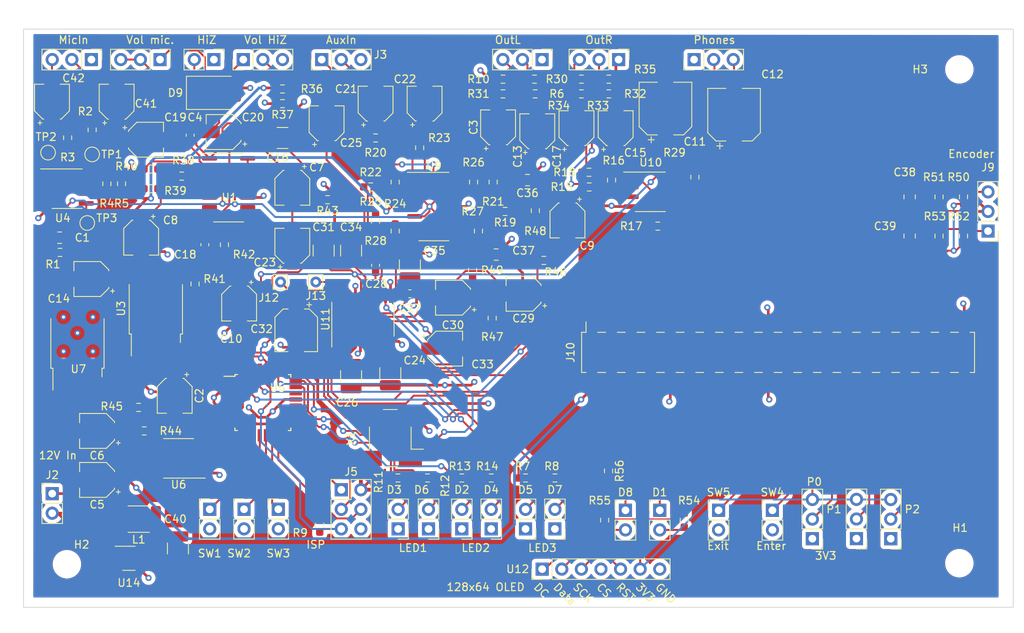
<source format=kicad_pcb>
(kicad_pcb (version 20221018) (generator pcbnew)
  (title_block (title "PiPico FX full Schematic") (date "2023-11-19") (comment 4 "AISLER Project ID: MQDVLEOP"))
  (layers (0 "F.Cu" signal) (1 "In1.Cu" signal) (2 "In2.Cu" signal) (31 "B.Cu" signal) (34 "B.Paste" user) (35 "F.Paste" user) (36 "B.SilkS" user "B.Silkscreen") (37 "F.SilkS" user "F.Silkscreen") (38 "B.Mask" user) (39 "F.Mask" user) (44 "Edge.Cuts" user))
  (net 0 "")
  (net 1 "Net-(U4-+)")
  (net 2 "GND")
  (net 3 "Net-(U10-BYPASS)")
  (net 4 "Net-(U10-OUT_A)")
  (net 5 "Net-(J6-Pin_2)")
  (net 6 "Net-(U10-OUT_B)")
  (net 7 "Net-(D9-A1)")
  (net 8 "Net-(C41-Pad1)")
  (net 9 "+9V")
  (net 10 "Net-(J9-Pin_3)")
  (net 11 "3V3")
  (net 12 "Net-(D2-A)")
  (net 13 "Net-(D3-A)")
  (net 14 "Net-(D4-A)")
  (net 15 "Net-(D5-A)")
  (net 16 "Net-(J7-Pad2)")
  (net 17 "Net-(J8-Pad2)")
  (net 18 "Net-(D6-A)")
  (net 19 "Net-(R4-Pad2)")
  (net 20 "Net-(D7-A)")
  (net 21 "Net-(J3-Pin_1)")
  (net 22 "Net-(J3-Pin_2)")
  (net 23 "/Analog Preamp/Mic")
  (net 24 "Net-(J5-Pin_1)")
  (net 25 "Net-(J5-Pin_3)")
  (net 26 "Net-(J5-Pin_4)")
  (net 27 "Net-(J5-Pin_5)")
  (net 28 "Net-(C10-Pad1)")
  (net 29 "Net-(U9B--)")
  (net 30 "Net-(C18-Pad2)")
  (net 31 "Net-(U4--)")
  (net 32 "Net-(U1A--)")
  (net 33 "Net-(U5-PD0)")
  (net 34 "Net-(U5-PD1)")
  (net 35 "Net-(U5-PC0)")
  (net 36 "Net-(U5-PC1)")
  (net 37 "Net-(U5-PC2)")
  (net 38 "Net-(U5-PC3)")
  (net 39 "Net-(U10-IN_A)")
  (net 40 "Net-(U10-SD)")
  (net 41 "Net-(U10-IN_B)")
  (net 42 "Net-(C8-Pad1)")
  (net 43 "Net-(U1C--)")
  (net 44 "Net-(U1D-+)")
  (net 45 "Net-(U1B--)")
  (net 46 "5V")
  (net 47 "Net-(U5-PB0)")
  (net 48 "Net-(U5-PB1)")
  (net 49 "Net-(U5-PB2)")
  (net 50 "Net-(U4-C{slash}B)")
  (net 51 "Net-(U4-BAL)")
  (net 52 "Net-(U4-COMP)")
  (net 53 "VGND")
  (net 65 "/Analog Preamp/Left Analog Out")
  (net 66 "/Analog Preamp/Right Analog Out")
  (net 67 "Net-(J7-Pad3)")
  (net 68 "Net-(J8-Pad3)")
  (net 69 "Net-(C3-Pad1)")
  (net 70 "Net-(C4-Pad2)")
  (net 71 "Net-(U14-BST)")
  (net 72 "Net-(C13-Pad1)")
  (net 73 "Net-(C13-Pad2)")
  (net 74 "Net-(C15-Pad1)")
  (net 75 "Vin")
  (net 76 "Net-(C15-Pad2)")
  (net 77 "Net-(U1B-+)")
  (net 78 "Net-(C17-Pad1)")
  (net 79 "Net-(C20-Pad2)")
  (net 80 "Net-(C21-Pad1)")
  (net 81 "Net-(C22-Pad1)")
  (net 82 "Net-(U11-AINB)")
  (net 83 "Net-(U11-AINA)")
  (net 84 "/Analog Preamp/HiZ")
  (net 85 "Net-(C29-Pad1)")
  (net 86 "Net-(U11-AOUTB)")
  (net 87 "Net-(C30-Pad1)")
  (net 88 "Net-(U11-AOUTA)")
  (net 89 "Net-(U11-FILT+)")
  (net 90 "Net-(U11-VQ)")
  (net 91 "/Analog Preamp/DacR")
  (net 92 "/Analog Preamp/DacL")
  (net 93 "Net-(J12-Pin_1)")
  (net 94 "Net-(J13-Pin_1)")
  (net 95 "Net-(U9A--)")
  (net 96 "/Codec/SDA")
  (net 97 "/Codec/SCL")
  (net 98 "/Codec/codec_sdin")
  (net 99 "/Codec/codec_lrckl")
  (net 100 "Net-(U11-MCLK)")
  (net 101 "/Codec/codec_sclk")
  (net 102 "/Codec/codec_sdout")
  (net 103 "/Codec/codec_reset")
  (net 104 "Net-(C41-Pad2)")
  (net 105 "Net-(U9D--)")
  (net 106 "Net-(U9C--)")
  (net 107 "5V_DIG")
  (net 108 "Net-(J6-Pin_3)")
  (net 109 "Net-(D1-K)")
  (net 110 "Net-(D1-A)")
  (net 111 "Net-(D8-K)")
  (net 112 "Net-(D8-A)")
  (net 113 "Net-(J9-Pin_1)")
  (net 115 "Net-(J10-Pin_26)")
  (net 116 "Net-(J10-Pin_30)")
  (net 120 "Net-(U14-SW)")
  (net 121 "Net-(C42-Pad1)")
  (net 122 "Net-(C42-Pad2)")
  (net 126 "Net-(J10-Pin_4)")
  (net 127 "Net-(J10-Pin_6)")
  (net 128 "Net-(J10-Pin_8)")
  (net 132 "Net-(J10-Pin_12)")
  (net 133 "Net-(J10-Pin_18)")
  (net 134 "Net-(J10-Pin_22)")
  (net 136 "Net-(J10-Pin_32)")
  (net 137 "Net-(J10-Pin_34)")
  (net 141 "Net-(J10-Pin_27)")
  (net 142 "Net-(J10-Pin_29)")
  (footprint "Connector_PinHeader_2.54mm:PinHeader_1x03_P2.54mm_Vertical" (layer "F.Cu") (at 101.505 66.172525 90)
    (fp_text reference "RV2" hide)
    (fp_text value "10k")
  )
  (footprint "Connector_PinHeader_2.54mm:PinHeader_1x02_P2.54mm_Vertical" (layer "F.Cu") (at 155.48 124.592525)
    (fp_text reference "D1")
    (fp_text value "LED")
  )
  (footprint "Resistor_SMD:R_0603_1608Metric_Pad0.98x0.95mm_HandSolder" (layer "F.Cu") (at 135.4375 85.857525 180)
    (fp_text reference "R19")
    (fp_text value "10k")
  )
  (footprint "Resistor_SMD:R_0603_1608Metric_Pad0.98x0.95mm_HandSolder" (layer "F.Cu") (at 139.3275 70.617525)
    (fp_text reference "R6")
    (fp_text value "150")
  )
  (footprint "Capacitor_SMD:CP_Elec_4x4.5" (layer "F.Cu") (at 144.685 75.062525 90)
    (fp_text reference "C17")
    (fp_text value "10uF")
  )
  (footprint "Connector_PinHeader_2.54mm:PinHeader_1x03_P2.54mm_Vertical" (layer "F.Cu") (at 140.225 66.172525 -90)
    (fp_text reference "J7" hide)
    (fp_text value "XLR3")
  )
  (footprint "Resistor_SMD:R_0603_1608Metric_Pad0.98x0.95mm_HandSolder" (layer "F.Cu") (at 106.585 69.982525)
    (fp_text reference "R36")
    (fp_text value "12k")
  )
  (footprint "Connector_PinHeader_2.54mm:PinHeader_1x02_P2.54mm_Vertical" (layer "F.Cu") (at 97.695 66.172525 -90)
    (fp_text reference "J4" hide)
    (fp_text value "Conn_01x02_Pin")
  )
  (footprint "Resistor_SMD:R_0603_1608Metric_Pad0.98x0.95mm_HandSolder" (layer "F.Cu") (at 148.8775 70.617525)
    (fp_text reference "R32")
    (fp_text value "150")
  )
  (footprint "Capacitor_SMD:C_0603_1608Metric_Pad1.08x0.95mm_HandSolder" (layer "F.Cu") (at 96.52 90.17 90)
    (fp_text reference "C18")
    (fp_text value "220pF")
  )
  (footprint "Resistor_SMD:R_0603_1608Metric_Pad0.98x0.95mm_HandSolder" (layer "F.Cu") (at 121.5475 120.401525 180)
    (fp_text reference "R11")
    (fp_text value "180")
  )
  (footprint "Capacitor_SMD:CP_Elec_4x4.5" (layer "F.Cu") (at 118.65 71.887525 90)
    (fp_text reference "C21")
    (fp_text value "4.7uF")
  )
  (footprint "Connector_PinHeader_2.54mm:PinHeader_1x02_P2.54mm_Vertical" (layer "F.Cu") (at 129.826 127.005525 180)
    (fp_text reference "D2")
    (fp_text value "LED")
  )
  (footprint "Connector_PinHeader_2.54mm:PinHeader_1x03_P2.54mm_Vertical" (layer "F.Cu") (at 81.82 66.172525 -90)
    (fp_text reference "J1" hide)
    (fp_text value "XLR3")
  )
  (footprint "Connector_PinHeader_2.54mm:PinHeader_1x03_P2.54mm_Vertical" (layer "F.Cu") (at 198.025 88.397525 180)
    (fp_text reference "J9")
    (fp_text value "Conn_01x03")
  )
  (footprint "Resistor_SMD:R_0603_1608Metric_Pad0.98x0.95mm_HandSolder" (layer "F.Cu") (at 89.535 80.3675 180)
    (fp_text reference "R40")
    (fp_text value "1M")
  )
  (footprint "Resistor_SMD:R_0603_1608Metric_Pad0.98x0.95mm_HandSolder" (layer "F.Cu") (at 155.2275 87.762525)
    (fp_text reference "R17")
    (fp_text value "10k")
  )
  (footprint "Capacitor_SMD:CP_Elec_4x4.5" (layer "F.Cu") (at 82.55 114.3 180)
    (fp_text reference "C6")
    (fp_text value "10uF")
  )
  (footprint "Connector_PinHeader_2.54mm:PinHeader_1x03_P2.54mm_Vertical" (layer "F.Cu") (at 159.925 66.172525 90)
    (fp_text reference "J6" hide)
    (fp_text value "Conn_01x03_Female")
  )
  (footprint "Capacitor_SMD:CP_Elec_4x4.5" (layer "F.Cu") (at 128.683 97.033525 180)
    (fp_text reference "C30")
    (fp_text value "3.3uF")
  )
  (footprint "Capacitor_SMD:CP_Elec_4x4.5" (layer "F.Cu") (at 81.81 94.615 180)
    (fp_text reference "C14")
    (fp_text value "22uF")
  )
  (footprint "Capacitor_SMD:C_0603_1608Metric_Pad1.08x0.95mm_HandSolder" (layer "F.Cu") (at 123.095 96.525525 180)
    (fp_text reference "C27")
    (fp_text value "220pF")
  )
  (footprint "Resistor_SMD:R_0603_1608Metric_Pad0.98x0.95mm_HandSolder" (layer "F.Cu") (at 133.636 120.401525 180)
    (fp_text reference "R14")
    (fp_text value "180")
  )
  (footprint "Resistor_SMD:R_0603_1608Metric_Pad0.98x0.95mm_HandSolder" (layer "F.Cu") (at 133.763 99.677025 90)
    (fp_text reference "R47")
    (fp_text value "10k")
  )
  (footprint "Resistor_SMD:R_0603_1608Metric_Pad0.98x0.95mm_HandSolder" (layer "F.Cu") (at 129.826 120.401525 180)
    (fp_text reference "R13")
    (fp_text value "180")
  )
  (footprint "Capacitor_SMD:C_1210_3225Metric_Pad1.33x2.70mm_HandSolder" (layer "F.Cu") (at 106.585 76.332525)
    (fp_text reference "C16")
    (fp_text value "0.1uF")
  )
  (footprint "Resistor_SMD:R_0603_1608Metric_Pad0.98x0.95mm_HandSolder" (layer "F.Cu") (at 138.081 120.401525 180)
    (fp_text reference "R7")
    (fp_text value "180")
  )
  (footprint "Connector_PinHeader_2.54mm:PinHeader_1x02_P2.54mm_Vertical" (layer "F.Cu") (at 97.155 124.46)
    (fp_text reference "SW1")
    (fp_text value "Stompbutton 1")
  )
  (footprint "Resistor_SMD:R_0603_1608Metric_Pad0.98x0.95mm_HandSolder" (layer "F.Cu") (at 81.915 75.2875 -90)
    (fp_text reference "R2")
    (fp_text value "22k")
  )
  (footprint "Diode_SMD:D_SMB" (layer "F.Cu") (at 97.79 70.485)
    (fp_text reference "D9")
    (fp_text value "SM6T12A")
  )
  (footprint "Capacitor_SMD:C_1210_3225Metric_Pad1.33x2.70mm_HandSolder" (layer "F.Cu") (at 93.03 129.54 -90)
    (fp_text reference "C40")
    (fp_text value "0.1uF")
  )
  (footprint "TestPoint:TestPoint_Pad_D1.5mm" (layer "F.Cu") (at 76.2 78.232)
    (fp_text reference "TP2")
    (fp_text value "TestPoint")
  )
  (footprint "Package_QFP:TQFP-32_7x7mm_P0.8mm" (layer "F.Cu") (at 104.045 110.622525)
    (fp_text reference "U5")
    (fp_text value "ATmega88A-A")
  )
  (footprint "Resistor_SMD:R_0603_1608Metric_Pad0.98x0.95mm_HandSolder" (layer "F.Cu") (at 121.19 82.047525 90)
    (fp_text reference "R24")
    (fp_text value "10k")
  )
  (footprint "Capacitor_SMD:CP_Elec_4x4.5" (layer "F.Cu") (at 82.55 120.65 180)
    (fp_text reference "C5")
    (fp_text value "22uF")
  )
  (footprint "Oscillator:Oscillator_SMD_SeikoEpson_SG8002CA-4Pin_7.0x5.0mm_HandSoldering" (layer "F.Cu") (at 120.555 115.231525 90)
    (fp_text reference "X1")
    (fp_text value "SG-5032CAN")
  )
  (footprint "Connector_PinHeader_2.54mm:PinHeader_1x03_P2.54mm_Vertical" (layer "F.Cu") (at 90.71 66.172525 -90)
    (fp_text reference "RV1" hide)
    (fp_text value "100k")
  )
  (footprint "Connector_PinHeader_2.54mm:PinHeader_1x02_P2.54mm_Vertical" (layer "F.Cu") (at 170.085 124.587525)
    (fp_text reference "SW4")
    (fp_text value "Enter")
  )
  (footprint "Package_SO:SOIC-14_3.9x8.7mm_P1.27mm" (layer "F.Cu") (at 99.6 82.777347)
    (fp_text reference "U1")
    (fp_text value "TL074")
  )
  (footprint "Capacitor_SMD:C_0603_1608Metric_Pad1.08x0.95mm_HandSolder" (layer "F.Cu") (at 118.65 92.842525 -90)
    (fp_text reference "C28")
    (fp_text value "220pF")
  )
  (footprint "Package_TO_SOT_SMD:TO-252-3_TabPin2" (layer "F.Cu") (at 90.169 98.439 90)
    (fp_text reference "U3")
    (fp_text value "LM1117DT-5.0")
  )
  (footprint "Resistor_SMD:R_0603_1608Metric_Pad0.98x0.95mm_HandSolder" (layer "F.Cu") (at 133.89 82.047525 -90)
    (fp_text reference "R21")
    (fp_text value "10k")
  )
  (footprint "MountingHole:MountingHole_3.2mm_M3" (layer "F.Cu") (at 78.645 131.577525)
    (fp_text reference "H2")
    (fp_text value "MountingHole")
  )
  (footprint "Connector_PinHeader_2.54mm:PinHeader_2x03_P2.54mm_Vertical" (layer "F.Cu") (at 114.205 121.925525)
    (fp_text reference "J5")
    (fp_text value "Conn_02x03_Odd_Even")
  )
  (footprint "Capacitor_SMD:C_0805_2012Metric_Pad1.18x1.45mm_HandSolder" (layer "F.Cu") (at 77.6975 89.2575 180)
    (fp_text reference "C1")
    (fp_text value "33pF")
  )
  (footprint "Capacitor_SMD:CP_Elec_4x4.5" (layer "F.Cu") (at 125 71.887525 90)
    (fp_text reference "C22")
    (fp_text value "4.7uF")
  )
  (footprint "Connector_PinHeader_2.54mm:PinHeader_1x02_P2.54mm_Vertical" (layer "F.Cu") (at 141.891 127.005525 180)
    (fp_text reference "D7")
    (fp_text value "LED")
  )
  (footprint "Connector_PinHeader_2.54mm:PinHeader_1x02_P2.54mm_Vertical" (layer "F.Cu") (at 151.035 124.587525)
    (fp_text reference "D8")
    (fp_text value "LED")
  )
  (footprint "Capacitor_SMD:CP_Elec_5x5.4" (layer "F.Cu") (at 108.363 101.265525 -90)
    (fp_text reference "C32")
    (fp_text value "47uF")
  )
  (footprint "Package_SO:SOIC-8_3.9x4.9mm_P1.27mm" (layer "F.Cu") (at 154.25 83.317525)
    (fp_text reference "U10")
    (fp_text value "LM4881M/NOPB")
  )
  (footprint "Capacitor_SMD:CP_Elec_4x4.5" (layer "F.Cu") (at 127.667 103.637525)
    (fp_text reference "C33")
    (fp_text value "10uF")
  )
  (footprint "Capacitor_SMD:CP_Elec_4x4.5" (layer "F.Cu") (at 98.955 75.565 180)
    (fp_text reference "C20")
    (fp_text value "1uF")
  )
  (footprint "Resistor_SMD:R_0603_1608Metric_Pad0.98x0.95mm_HandSolder" (layer "F.Cu") (at 148.8775 68.712525)
    (fp_text reference "R35")
    (fp_text value "10k")
  )
  (footprint "Capacitor_SMD:C_1210_3225Metric_Pad1.33x2.70mm_HandSolder" (layer "F.Cu") (at 115.475 90.937525 -90)
    (fp_text reference "C34")
    (fp_text value "0.1uF")
  )
  (footprint "Resistor_SMD:R_0603_1608Metric_Pad0.98x0.95mm_HandSolder" (layer "F.Cu") (at 125.381 120.401525 180)
    (fp_text reference "R12")
    (fp_text value "180")
  )
  (footprint "Resistor_SMD:R_0603_1608Metric_Pad0.98x0.95mm_HandSolder" (layer "F.Cu") (at 93.5275 81.28 180)
    (fp_text reference "R38")
    (fp_text value "12k")
  )
  (footprint "Resistor_SMD:R_0603_1608Metric_Pad0.98x0.95mm_HandSolder" (layer "F.Cu") (at 135.16 70.617525 180)
    (fp_text reference "R31")
    (fp_text value "10k")
  )
  (footprint "Resistor_SMD:R_0603_1608Metric_Pad0.98x0.95mm_HandSolder" (layer "F.Cu") (at 118.015 82.682525)
    (fp_text reference "R22")
    (fp_text value "10k")
  )
  (footprint "MountingHole:MountingHole_3.2mm_M3" (layer "F.Cu") (at 194.31 67.442525)
    (fp_text reference "H3")
    (fp_text value "MountingHole")
  )
  (footprint "Connector_PinHeader_2.54mm:PinHeader_1x03_P2.54mm_Vertical" (layer "F.Cu") (at 150.1475 66.172525 -90)
    (fp_text reference "J8" hide)
    (fp_text value "XLR3")
  )
  (footprint "Package_TO_SOT_SMD:TSOT-23-6" (layer "F.Cu") (at 86.68 130.81)
    (fp_text reference "U14")
    (fp_text value "AP63205WU")
  )
  (footprint "Capacitor_SMD:CP_Elec_4x4.5" (layer "F.Cu") (at 92.615 109.75 -90)
    (fp_text reference "C2")
    (fp_text value "1uF")
  )
  (footprint "Resistor_SMD:R_0603_1608Metric_Pad0.98x0.95mm_HandSolder" (layer "F.Cu") (at 194.85 83.967525 90)
    (fp_text reference "R50")
    (fp_text value "10k")
  )
  (footprint "Resistor_SMD:R_0603_1608Metric_Pad0.98x0.95mm_HandSolder" (layer "F.Cu") (at 139.351 85.754025 90)
    (fp_text reference "R48")
    (fp_text value "470")
  )
  (footprint "Resistor_SMD:R_0603_1608Metric_Pad0.98x0.95mm_HandSolder" (layer "F.Cu") (at 124.365 77.602525 -90)
    (fp_text reference "R23")
    (fp_text value "4k7")
  )
  (footprint "Capacitor_SMD:CP_Elec_4x4.5" (layer "F.Cu") (at 107.855 82.787525 -90)
    (fp_text reference "C7")
    (fp_text value "1uF")
  )
  (footprint "Package_SO:SOIC-8_3.9x4.9mm_P1.27mm" (layer "F.Cu") (at 93.123 117.856 180)
    (fp_text reference "U6")
    (fp_text value "24LC128")
  )
  (footprint "Capacitor_SMD:CP_Elec_6.3x7.7" (layer "F.Cu") (at 165.11 73.317525 90)
    (fp_text reference "C12")
    (fp_text value "330uF")
  )
  (footprint "Resistor_SMD:R_0603_1608Metric_Pad0.98x0.95mm_HandSolder" (layer "F.Cu") (at 112.427 84.333525 180)
    (fp_text reference "R43")
    (fp_text value "47k")
  )
  (footprint "Resistor_SMD:R_0603_1608Metric_Pad0.98x0.95mm_HandSolder" (layer "F.Cu") (at 158.655 125.862525 90)
    (fp_text reference "R54")
    (fp_text value "180")
  )
  (footprint "Capacitor_SMD:C_0805_2012Metric_Pad1.18x1.45mm_HandSolder" (layer "F.Cu") (at 134.271 91.445525 180)
    (fp_text reference "C37")
    (fp_text value "3.3nF")
  )
  (footprint "Resistor_SMD:R_0603_1608Metric_Pad0.98x0.95mm_HandSolder" (layer "F.Cu") (at 118.65 87.127525 -90)
    (fp_text reference "R25")
    (fp_text value "10k")
  )
  (footprint "Connector_PinHeader_2.54mm:PinHeader_1x02_P2.54mm_Vertical" (layer "F.Cu") (at 121.571 127.005525 180)
    (fp_text reference "D3")
    (fp_text value "LED")
  )
  (footprint "Resistor_SMD:R_0603_1608Metric_Pad0.98x0.95mm_HandSolder" (layer "F.Cu") (at 89.535 82.9075 180)
    (fp_text reference "R39")
    (fp_text value "12k")
  )
  (footprint "Resistor_SMD:R_0603_1608Metric_Pad0.98x0.95mm_HandSolder" (layer "F.Cu") (at 194.85 89.047525 90)
    (fp_text reference "R52")
    (fp_text value "10k")
  )
  (footprint "Capacitor_SMD:C_0603_1608Metric_Pad1.08x0.95mm_HandSolder" (layer "F.Cu") (at 94.615 75.9725 90)
    (fp_text reference "C4")
    (fp_text value "47pF")
  )
  (footprint "Connector_PinHeader_2.54mm:PinHeader_1x02_P2.54mm_Vertical" (layer "F.Cu") (at 163.1 124.587525)
    (fp_text reference "SW5")
    (fp_text value "Exit")
  )
  (footprint "Resistor_SMD:R_0603_1608Metric_Pad0.98x0.95mm_HandSolder" (layer "F.Cu") (at 121.19 88.397525 -90)
    (fp_text reference "R28")
    (fp_text value "10k")
  )
  (footprint "Resistor_SMD:R_0603_1608Metric_Pad0.98x0.95mm_HandSolder" (layer "F.Cu") (at 149.235 81.793525 90)
    (fp_text reference "R16")
    (fp_text value "22k")
  )
  (footprint "Resistor_SMD:R_0603_1608Metric_Pad0.98x0.95mm_HandSolder" (layer "F.Cu") (at 118.65 76.332525 180)
    (fp_text reference "R20")
    (fp_text value "4k7")
  )
  (footprint "Resistor_SMD:R_0603_1608Metric_Pad0.98x0.95mm_HandSolder" (layer "F.Cu") (at 139.2475 68.712525 180)
    (fp_text reference "R30")
    (fp_text value "150")
  )
  (footprint "Resistor_SMD:R_0603_1608Metric_Pad0.98x0.95mm_HandSolder" (layer "F.Cu") (at 87.9395 111.252 180)
    (fp_text reference "R45")
    (fp_text value "2k2")
  )
  (footprint "Resistor_SMD:R_0603_1608Metric_Pad0.98x0.95mm_HandSolder" (layer "F.Cu") (at 160.03 81.412525 90)
    (fp_text reference "R29")
    (fp_text value "22k")
  )
  (footprint "Connector_PinHeader_2.54mm:PinHeader_1x02_P2.54mm_Vertical" (layer "F.Cu") (at 101.6 124.455)
    (fp_text reference "SW2")
    (fp_text value "Stompbutton 2")
  )
  (footprint "Capacitor_SMD:C_1210_3225Metric_Pad1.33x2.70mm_HandSolder" (layer "F.Cu") (at 120.555 106.812525 -90)
    (fp_text reference "C24")
    (fp_text value "0.1uF")
  )
  (footprint "Connector_Pin:Pin_D0.7mm_L6.5mm_W1.8mm_FlatFork" (layer "F.Cu") (at 106.331 95.001525)
    (fp_text reference "J12")
    (fp_text value "Conn_01x01_Female")
  )
  (footprint "Capacitor_SMD:CP_Elec_4x4.5" (layer "F.Cu") (at 88.265 89.2575 -90)
    (fp_text reference "C8")
    (fp_text value "1uF")
  )
  (footprint "Connector_PinHeader_2.54mm:PinHeader_1x03_P2.54mm_Vertical" (layer "F.Cu") (at 185.42 128.27 180)
    (fp_text reference "P2")
    (fp_text value "25k")
  )
  (footprint "Connector_PinHeader_2.54mm:PinHeader_1x02_P2.54mm_Vertical" (layer "F.Cu") (at 133.636 127.005525 180)
    (fp_text reference "D4")
    (fp_text value "LED")
  )
  (footprint "Capacitor_SMD:C_0805_2012Metric_Pad1.18x1.45mm_HandSolder" (layer "F.Cu") (at 187.865 89.047525 90)
    (fp_text reference "C39")
    (fp_text value "0.01uF")
  )
  (footprint "Capacitor_SMD:C_1210_3225Metric_Pad1.33x2.70mm_HandSolder" (layer "F.Cu") (at 115.475 107.193525 -90)
    (fp_text reference "C26")
    (fp_text value "0.1uF")
  )
  (footprint "Capacitor_SMD:CP_Elec_4x4.5" (layer "F.Cu") (at 137.827 96.525525 180)
    (fp_text reference "C29")
    (fp_text value "3.3uF")
  )
  (footprint "Resistor_SMD:R_0603_1608Metric_Pad0.98x0.95mm_HandSolder" (layer "F.Cu") (at 145.32 68.712525)
    (fp_text reference "R34")
    (fp_text value "10k")
  )
  (footprint "Resistor_SMD:R_0603_1608Metric_Pad0.98x0.95mm_HandSolder" (layer "F.Cu") (at 95.25 95.25 -90)
    (fp_text reference "R41")
    (fp_text value "2k2")
  )
  (footprint "Capacitor_SMD:CP_Elec_4x4.5" (layer "F.Cu") (at 88.9 76.5575)
    (fp_text reference "C19")
    (fp_text value "1uF")
  )
  (footprint "Connector_PinHeader_2.54mm:PinHeader_1x02_P2.54mm_Vertical" (layer "F.Cu") (at 138.081 127.005525 180)
    (fp_text reference "D5")
    (fp_text value "LED")
  )
  (footprint "Capacitor_SMD:CP_Elec_4x4.5" (layer "F.Cu") (at 100.965 97.79 -90)
    (fp_text reference "C10")
    (fp_text value "4.7uF")
  )
  (footprint "Capacitor_SMD:CP_Elec_4x4.5" (layer "F.Cu") (at 85.09 71.628 90)
    (fp_text reference "C41")
    (fp_text value "10uF")
  )
  (footprint "Capacitor_SMD:CP_Elec_4x4.5" (layer "F.Cu") (at 134.525 74.957525 90)
    (fp_text reference "C3")
    (fp_text value "10uF")
  )
  (footprint "Connector_PinHeader_2.54mm:PinHeader_1x02_P2.54mm_Vertical" (layer "F.Cu") (at 76.74 122.428)
    (fp_text reference "J2")
    (fp_text value "Conn_01x02_Male")
  )
  (footprint "Resistor_SMD:R_0603_1608Metric_Pad0.98x0.95mm_HandSolder" (layer "F.Cu") (at 78.74 76.3035 -90)
    (fp_text reference "R3")
    (fp_text value "22k")
  )
  (footprint "Resistor_SMD:R_0603_1608Metric_Pad0.98x0.95mm_HandSolder" (layer "F.Cu") (at 131.985 88.397525 -90)
    (fp_text reference "R27")
    (fp_text value "10k")
  )
  (footprint "Package_SO:SOIC-8_3.9x4.9mm_P1.27mm" (layer "F.Cu") (at 78.675 82.9075)
    (fp_text reference "U4")
    (fp_text value "NE5534")
  )
  (footprint "Resistor_SMD:R_0603_1608Metric_Pad0.98x0.95mm_HandSolder" (layer "F.Cu") (at 140.462 92.202 180)
    (fp_text reference "R46")
    (fp_text value "10k")
  )
  (footprint "Capacitor_SMD:CP_Elec_4x4.5" (layer "F.Cu") (at 149.765 75.062525 90)
    (fp_text reference "C15")
    (fp_text value "10uF")
  )
  (footprint "Resistor_SMD:R_0603_1608Metric_Pad0.98x0.95mm_HandSolder" (layer "F.Cu") (at 77.7475 91.1625 180)
    (fp_text reference "R1")
    (fp_text value "22k")
  )
  (footprint "Resistor_SMD:R_0603_1608Metric_Pad0.98x0.95mm_HandSolder" (layer "F.Cu") (at 145.32 70.617525 180)
    (fp_text reference "R33")
    (fp_text value "150")
  )
  (footprint "Resistor_SMD:R_0603_1608Metric_Pad0.98x0.95mm_HandSolder" (layer "F.Cu") (at 191.675 83.967525 -90)
    (fp_text reference "R51")
    (fp_text value "10k")
  )
  (footprint "Resistor_SMD:R_0603_1608Metric_Pad0.98x0.95mm_HandSolder" (layer "F.Cu") (at 191.675 89.047525 -90)
    (fp_text reference "R53")
    (fp_text value "10k")
  )
  (footprint "Package_TO_SOT_SMD:TO-252-2" (layer "F.Cu") (at 80.01 102.87 90)
    (fp_text reference "U7")
    (fp_text value "MC78M05_TO252")
  )
  (footprint "Connector_PinSocket_2.54mm:PinSocket_2x20_P2.54mm_Vertical_SMD" (layer "F.Cu") (at 170.815 104.12 90)
    (fp_text reference "J10")
    (fp_text value "Conn_02x20_Odd_Even")
  )
  (footprint "Capacitor_SMD:CP_Elec_6.3x7.7" (layer "F.Cu") (at 156.22 72.522525 90)
    (fp_text reference "C11")
    (fp_text value "330uF")
  )
  (footprint "Resistor_SMD:R_0603_1608Metric_Pad0.98x0.95mm_HandSolder" (layer "F.Cu") (at 148.844 119.4835 -90)
    (fp_text reference "R56")
    (fp_text value "10k")
  )
  (footprint "Connector_PinHeader_2.54mm:PinHeader_1x03_P2.54mm_Vertical" (layer "F.Cu") (at 175.26 128.27 180)
    (fp_text reference "P0")
    (fp_text value "25k")
  )
  (footprint "Package_SO:SOIC-14_3.9x8.7mm_P1.27mm" (layer "F.Cu") (at 126.205 85.222525)
    (fp_text reference "U9")
    (fp_text value "TL074")
  )
  (footprint "Connector_PinHeader_2.54mm:PinHeader_1x03_P2.54mm_Vertical" (layer "F.Cu") (at 111.665 66.172525 90)
    (fp_text reference "J3")
    (fp_text value "Aux In")
  )
  (footprint "Capacitor_SMD:CP_Elec_4x4.5" (layer "F.Cu") (at 112.3 74.427525 90)
    (fp_text reference "C25")
    (fp_text value "10uF")
  )
  (footprint "Capacitor_SMD:C_1210_3225Metric_Pad1.33x2.70mm_HandSolder" (layer "F.Cu") (at 123.095 92.842525 90)
    (fp_text reference "C35")
    (fp_text value "0.1uF")
  )
  (footprint "TestPoint:TestPoint_Pad_D1.5mm" (layer "F.Cu") (at 81.28 87.3525)
    (fp_text reference "TP3")
    (fp_text value "TestPoint")
  )
  (footprint "Resistor_SMD:R_0603_1608Metric_Pad0.98x0.95mm_HandSolder" (layer "F.Cu") (at 146.3375 82.682525 180)
    (fp_text reference "R15")
    (fp_text value "22k")
  )
  (footprint "Capacitor_SMD:CP_Elec_4x4.5" (layer "F.Cu") (at 76.708 71.628 90)
    (fp_text reference "C42")
    (fp_text value "10uF")
  )
  (footprint "Resistor_SMD:R_0603_1608Metric_Pad0.98x0.95mm_HandSolder" (layer "F.Cu") (at 83.82 82.2725 -90)
    (fp_text reference "R4")
    (fp_text value "22k")
  )
  (footprint "Connector_PinHeader_2.54mm:PinHeader_1x07_P2.54mm_Vertical" (layer "F.Cu") (at 140.24 132.212525 90)
    (fp_text reference "U12")
    (fp_text value "128X64 OLED Display")
  )
  (footprint "Connector_PinHeader_2.54mm:PinHeader_1x02_P2.54mm_Vertical" (layer "F.Cu") (at 125.508 127.005525 180)
    (fp_text reference "D6")
    (fp_text value "LED")
  )
  (footprint "Capacitor_SMD:CP_Elec_4x4.5" (layer "F.Cu") (at 139.605 75.465525 90)
    (fp_text reference "C13")
    (fp_text value "10uF")
  )
  (footprint "Resistor_SMD:R_0603_1608Metric_Pad0.98x0.95mm_HandSolder" (layer "F.Cu") (at 146.3125 80.777525 180)
    (fp_text reference "R18")
    (fp_text value "22k")
  )
  (footprint "Resistor_SMD:R_0603_1608Metric_Pad0.98x0.95mm_HandSolder" (layer "F.Cu") (at 141.891 120.401525 180)
    (fp_text reference "R8")
    (fp_text value "180")
  )
  (footprint "Resistor_SMD:R_0603_1608Metric_Pad0.98x0.95mm_HandSolder" (layer "F.Cu") (at 99.06 90.17 90)
    (fp_text reference "R42")
    (fp_text value "4k7")
  )
  (footprint "Connector_Pin:Pin_D0.7mm_L6.5mm_W1.8mm_FlatFork" (layer "F.Cu") (at 110.903 95.001525)
    (fp_text reference "J13")
    (fp_text value "Conn_01x01_Female")
  )
  (footprint "Inductor_SMD:L_1812_4532Metric_Pad1.30x3.40mm_HandSolder" (layer "F.Cu") (at 87.95 125.73 180)
    (fp_text reference "L1")
    (fp_text value "4.7uH")
  )
  (footprint "Resistor_SMD:R_0603_1608Metric_Pad0.98x0.95mm_HandSolder" (layer "F.Cu") (at 135.16 68.712525 180)
    (fp_text reference "R10")
    (fp_text value "10k")
  )
  (footprint "Package_SO:TSSOP-24_4.4x7.8mm_P0.65mm" (layer "F.Cu") (at 117.01 99.827525 90)
    (fp_text reference "U11")
    (fp_text value "CS4270-CZZ")
  )
  (footprint "Resistor_SMD:R_0603_1608Metric_Pad0.98x0.95mm_HandSolder" (layer "F.Cu") (at 131.223 93.477525 90)
    (fp_text reference "R49")
    (fp_text value "470")
  )
  (footprint "Resistor_SMD:R_0603_1608Metric_Pad0.98x0.95mm_HandSolder" (layer "F.Cu") (at 106.585 71.887525 180)
    (fp_text reference "R37")
    (fp_text value "12k")
  )
  (footprint "Resistor_SMD:R_0603_1608Metric_Pad0.98x0.95mm_HandSolder" (layer "F.Cu") (at 111.411 126.497525 -90)
    (fp_text reference "R9")
    (fp_text value "10k")
  )
  (footprint "Resistor_SMD:R_0603_1608Metric_Pad0.98x0.95mm_HandSolder" (layer "F.Cu") (at 88.6545 114.3 180)
    (fp_text reference "R44")
    (fp_text value "2k2")
  )
  (footprint "Capacitor_SMD:C_0805_2012Metric_Pad1.18x1.45mm_HandSolder" (layer "F.Cu") (at 138.335 81.793525 180)
    (fp_text reference "C36")
    (fp_text value "3.3nF")
  )
  (footprint "Capacitor_SMD:CP_Elec_4x4.5" (layer "F.Cu") (at 143.52 87.022525 -90)
    (fp_text reference "C9")
    (fp_text value "1uF")
  )
  (footprint "Capacitor_SMD:C_1210_3225Metric_Pad1.33x2.70mm_HandSolder" (layer "F.Cu") (at 111.919 90.937525 -90)
    (fp_text reference "C31")
    (fp_text value "0.1uF")
  )
  (footprint "Resistor_SMD:R_0603_1608Metric_Pad0.98x0.95mm_HandSolder" (layer "F.Cu") (at 85.725 82.2725 -90)
    (fp_text reference "R5")
    (fp_text value "4k7")
  )
  (footprint "Resistor_SMD:R_0603_1608Metric_Pad0.98x0.95mm_HandSolder" (layer "F.Cu") (at 131.35 82.047525 90)
    (fp_text reference "R26")
    (fp_text value "10k")
  )
  (footprint "Resistor_SMD:R_0603_1608Metric_Pad0.98x0.95mm_HandSolder" (layer "F.Cu") (at 148.336 125.862525 90)
    (fp_text reference "R55")
    (fp_text value "180")
  )
  (footprint "Connector_PinHeader_2.54mm:PinHeader_1x03_P2.54mm_Vertical" (layer "F.Cu") (at 180.975 128.255 180)
    (fp_text reference "P1")
    (fp_text value "25k")
  )
  (footprint "Capacitor_SMD:CP_Elec_4x4.5" (layer "F.Cu") (at 107.855 90.302525 90)
    (fp_text reference "C23")
    (fp_text value "10uF")
  )
  (footprint "TestPoint:TestPoint_Pad_D1.5mm" (layer "F.Cu") (at 81.915 78.4625)
    (fp_text reference "TP1")
    (fp_text value "TestPoint")
  )
  (footprint "MountingHole:MountingHole_3.2mm_M3" (layer "F.Cu") (at 194.31 131.445)
    (fp_text reference "H1")
    (fp_text value "MountingHole")
  )
  (footprint "Connector_PinHeader_2.54mm:PinHeader_1x02_P2.54mm_Vertical" (layer "F.Cu") (at 106.045 124.455)
    (fp_text reference "SW3")
    (fp_text value "Stompbutton 3")
  )
  (footprint "Capacitor_SMD:C_0805_2012Metric_Pad1.18x1.45mm_HandSolder" (layer "F.Cu") (at 187.865 83.967525 90)
    (fp_text reference "C38")
    (fp_text value "0.01uF")
  )
  (gr_rect (start 73.025 62.23) (end 201.295 137.16) (stroke (width 0.1)) (fill none) (layer "Edge.Cuts"))
  (gr_text "Phones" (at 162.57 63.632525) (layer "F.SilkS") (effects (font (size 1 1))))
  (gr_text "CS" (at 147.066 134.62 315) (layer "F.SilkS") (effects (font (size 1 1)) (justify left bottom)))
  (gr_text "RST" (at 149.606 134.62 315) (layer "F.SilkS") (effects (font (size 1 1)) (justify left bottom)))
  (gr_text "Exit" (at 161.544 129.794) (layer "F.SilkS") (effects (font (size 1 1)) (justify left bottom)))
  (gr_text "SCK" (at 144.018 134.62 315) (layer "F.SilkS") (effects (font (size 1 1)) (justify left bottom)))
  (gr_text "MicIn" (at 79.502 63.632525) (layer "F.SilkS") (effects (font (size 1 1))))
  (gr_text "Data" (at 141.478 134.62 315) (layer "F.SilkS") (effects (font (size 1 1)) (justify left bottom)))
  (gr_text "AuxIn" (at 114.205 63.632525) (layer "F.SilkS") (effects (font (size 1 1))))
  (gr_text "LED2" (at 129.699 130.053525) (layer "F.SilkS") (effects (font (size 1 1)) (justify left bottom)))
  (gr_text "12V In" (at 77.47 117.475) (layer "F.SilkS") (effects (font (size 1 1))))
  (gr_text "128x64 OLED" (at 127.762 135.128) (layer "F.SilkS") (effects (font (size 1 1)) (justify left bottom)))
  (gr_text "Encoder" (at 192.786 78.994) (layer "F.SilkS") (effects (font (size 1 1)) (justify left bottom)))
  (gr_text "OutR" (at 147.6075 63.632525) (layer "F.SilkS") (effects (font (size 1 1))))
  (gr_text "3V3" (at 152.146 134.62 315) (layer "F.SilkS") (effects (font (size 1 1)) (justify left bottom)))
  (gr_text "GND" (at 154.686 134.62 315) (layer "F.SilkS") (effects (font (size 1 1)) (justify left bottom)))
  (gr_text "Vol HiZ" (at 104.394 63.632525) (layer "F.SilkS") (effects (font (size 1 1))))
  (gr_text "LED1" (at 121.571 130.053525) (layer "F.SilkS") (effects (font (size 1 1)) (justify left bottom)))
  (gr_text "OutL" (at 135.795 63.632525) (layer "F.SilkS") (effects (font (size 1 1))))
  (gr_text "HiZ" (at 96.774 63.632525) (layer "F.SilkS") (effects (font (size 1 1))))
  (gr_text "DC" (at 138.938 134.62 315) (layer "F.SilkS") (effects (font (size 1 1)) (justify left bottom)))
  (gr_text "3V3" (at 175.514 131.064) (layer "F.SilkS") (effects (font (size 1 1)) (justify left bottom)))
  (gr_text "Vol mic." (at 89.44 63.632525) (layer "F.SilkS") (effects (font (size 1 1))))
  (gr_text "Enter" (at 167.894 129.794) (layer "F.SilkS") (effects (font (size 1 1)) (justify left bottom)))
  (gr_text "ISP" (at 110.903 129.037525) (layer "F.SilkS") (effects (font (size 1 1))))
  (gr_text "LED3" (at 138.335 130.053525) (layer "F.SilkS") (effects (font (size 1 1)) (justify left bottom)))
  (segment (start 76.835 89.2575) (end 77.5 88.5925) (width 0.25) (layer "F.Cu") (net 1))
  (segment (start 76.835 89.2575) (end 76.835 91.1625) (width 0.25) (layer "F.Cu") (net 1))
  (segment (start 80.01 78.105) (end 81.915 76.2) (width 0.25) (layer "F.Cu") (net 1))
  (segment (start 76.2 83.5425) (end 76.576752 83.5425) (width 0.25) (layer "F.Cu") (net 1))
  (segment (start 76.580908 83.5425) (end 76.2 83.5425) (width 0.25) (layer "F.Cu") (net 1))
  (segment (start 80.01 80.113408) (end 80.01 78.105) (width 0.25) (layer "F.Cu") (net 1))
  (segment (start 76.576752 83.5425) (end 77.221752 82.8975) (width 0.25) (layer "F.Cu") (net 1))
  (segment (start 77.5 84.461592) (end 76.580908 83.5425) (width 0.25) (layer "F.Cu") (net 1))
  (segment (start 77.5 88.5925) (end 77.5 84.461592) (width 0.25) (layer "F.Cu") (net 1))
  (segment (start 77.221752 82.8975) (end 77.225908 82.8975) (width 0.25) (layer "F.Cu") (net 1))
  (segment (start 77.225908 82.8975) (end 80.01 80.113408) (width 0.25) (layer "F.Cu") (net 1))
  (segment (start 139.3725 80.756025) (end 140.367 79.761525) (width 0.35) (layer "F.Cu") (net 2))
  (segment (start 147.454712 71.467525) (end 148.475288 71.467525) (width 0.35) (layer "F.Cu") (net 2))
  (segment (start 139.3725 81.793525) (end 139.3725 80.756025) (width 0.35) (layer "F.Cu") (net 2))
  (segment (start 190.0175 85.857525) (end 198.025 85.857525) (width 0.35) (layer "F.Cu") (net 2))
  (segment (start 188.8525 83.917525) (end 196.085 83.917525) (width 0.35) (layer "F.Cu") (net 2))
  (segment (start 133.382 68.712525) (end 132.239 67.569525) (width 0.35) (layer "F.Cu") (net 2))
  (segment (start 78.2 99.547475) (end 78.2 99.8) (width 0.35) (layer "F.Cu") (net 2))
  (segment (start 102.235 111.305541) (end 103.469984 112.540525) (width 0.35) (layer "F.Cu") (net 2))
  (segment (start 100.965 99.695) (end 99.06 101.6) (width 0.35) (layer "F.Cu") (net 2))
  (segment (start 95.598 119.761) (end 98.171 119.761) (width 0.35) (layer "F.Cu") (net 2))
  (segment (start 95.598 118.491) (end 90.648 118.491) (width 0.35) (layer "F.Cu") (net 2))
  (segment (start 97.695 109.987525) (end 97.695 110.622525) (width 0.35) (layer "F.Cu") (net 2))
  (segment (start 123.095 91.280025) (end 125.4695 91.280025) (width 0.35) (layer "F.Cu") (net 2))
  (segment (start 80.75 114.3) (end 80.75 120.65) (width 0.35) (layer "F.Cu") (net 2))
  (segment (start 123.9575 96.525525) (end 123.9575 97.686427) (width 0.35) (layer "F.Cu") (net 2))
  (segment (start 116.685 102.690025) (end 116.685 103.92994) (width 0.35) (layer "F.Cu") (net 2))
  (segment (start 115.475 108.375025) (end 119.92 108.375025) (width 0.35) (layer "F.Cu") (net 2))
  (segment (start 106.858 110.222525) (end 105.315 111.765525) (width 0.35) (layer "F.Cu") (net 2))
  (segment (start 76.74 122.428) (end 78.972 122.428) (width 0.35) (layer "F.Cu") (net 2))
  (segment (start 78.972 122.428) (end 80.75 120.65) (width 0.35) (layer "F.Cu") (net 2))
  (segment (start 87.8175 131.9475) (end 89.22 133.35) (width 0.35) (layer "F.Cu") (net 2))
  (segment (start 123.155 112.601525) (end 125.007 110.749525) (width 0.35) (layer "F.Cu") (net 2))
  (segment (start 187.865 82.930025) (end 188.8525 83.917525) (width 0.35) (layer "F.Cu") (net 2))
  (segment (start 104.54 112.540525) (end 105.315 111.765525) (width 0.35) (layer "F.Cu") (net 2))
  (segment (start 122.079 103.129525) (end 121.6395 102.690025) (width 0.35) (layer "F.Cu") (net 2))
  (segment (start 106.667 103.465525) (end 106.331 103.129525) (width 0.35) (layer "F.Cu") (net 2))
  (segment (start 156.845 106.64) (end 156.845 110.363) (width 0.35) (layer "F.Cu") (net 2))
  (segment (start 78.2 99.8) (end 80.01 101.61) (width 0.35) (layer "F.Cu") (net 2))
  (segment (start 103.912653 84.047347) (end 104.14 83.82) (width 0.35) (layer "F.Cu") (net 2))
  (segment (start 125.4695 91.280025) (end 125.635 91.445525) (width 0.35) (layer "F.Cu") (net 2))
  (segment (start 97.695 110.622525) (end 98.095 111.022525) (width 0.35) (layer "F.Cu") (net 2))
  (segment (start 92.615 111.55) (end 90.285 109.22) (width 0.35) (layer "F.Cu") (net 2))
  (segment (start 119.935 102.690025) (end 120.585 102.690025) (width 0.35) (layer "F.Cu") (net 2))
  (segment (start 150.6525 66.677525) (end 150.1475 66.172525) (width 0.35) (layer "F.Cu") (net 2))
  (segment (start 143.52 88.822525) (end 147.2195 85.123025) (width 0.35) (layer "F.Cu") (net 2))
  (segment (start 128.68 85.222525) (end 130.334 85.222525) (width 0.35) (layer "F.Cu") (net 2))
  (segment (start 90.285 109.22) (end 89.535 109.22) (width 0.35) (layer "F.Cu") (net 2))
  (segment (start 194.945 101.6) (end 194.945 97.917) (width 0.35) (layer "F.Cu") (net 2))
  (segment (start 148.9275 71.015313) (end 148.9275 69.575025) (width 0.35) (layer "F.Cu") (net 2))
  (segment (start 187.865 88.010025) (end 190.0175 85.857525) (width 0.35) (layer "F.Cu") (net 2))
  (segment (start 111.919 89.375025) (end 113.3395 87.954525) (width 0.35) (layer "F.Cu") (net 2))
  (segment (start 123.155 112.601525) (end 123.931 112.601525) (width 0.35) (layer "F.Cu") (net 2))
  (segment (start 129.467 103.637525) (end 132.515 100.589525) (width 0.35) (layer "F.Cu") (net 2))
  (segment (start 86.995 81.28) (end 86.995 79.4785) (width 0.35) (layer "F.Cu") (net 2))
  (segment (start 76.2 85.4475) (end 74.93 86.7175) (width 0.35) (layer "F.Cu") (net 2))
  (segment (start 87.889 103.479) (end 87.889 107.574) (width 0.35) (layer "F.Cu") (net 2))
  (segment (start 131.019975 108.375025) (end 120.555 108.375025) (width 0.35) (layer "F.Cu") (net 2))
  (segment (start 87.8175 131.76) (end 87.8175 131.9475) (width 0.35) (layer "F.Cu") (net 2))
  (segment (start 81.315 103.505) (end 81.535 103.285) (width 0.35) (layer "F.Cu") (net 2))
  (segment (start 91.3115 91.0575) (end 91.694 91.44) (width 0.35) (layer "F.Cu") (net 2))
  (segment (start 80.01 94.615) (end 78.485 96.14) (width 0.35) (layer "F.Cu") (net 2))
  (segment (start 134.45381 100.589525) (end 137.702 97.341335) (width 0.35) (layer "F.Cu") (net 2))
  (segment (start 134.2475 68.712525) (end 133.382 68.712525) (width 0.35) (layer "F.Cu") (net 2))
  (segment (start 130.334 85.222525) (end 130.715 84.841525) (width 0.35) (layer "F.Cu") (net 2))
  (segment (start 147.2195 85.123025) (end 149.235 85.123025) (width 0.35) (layer "F.Cu") (net 2))
  (segment (start 102.075 82.777347) (end 102.075 84.047347) (width 0.35) (layer "F.Cu") (net 2))
  (segment (start 121.6395 102.690025) (end 120.585 102.690025) (width 0.35) (layer "F.Cu") (net 2))
  (segment (start 77.44 99.04) (end 77.947475 99.547475) (width 0.35) (layer "F.Cu") (net 2))
  (segment (start 87.889 107.574) (end 89.535 109.22) (width 0.35) (layer "F.Cu") (net 2))
  (segment (start 104.299 71.755) (end 104.431525 71.887525) (width 0.35) (layer "F.Cu") (net 2))
  (segment (start 148.475288 71.467525) (end 148.9275 71.015313) (width 0.35) (layer "F.Cu") (net 2))
  (segment (start 113.3395 83.722025) (end 111.919 82.301525) (width 0.35) (layer "F.Cu") (net 2))
  (segment (start 102.075 84.047347) (end 101.505 84.047347) (width 0.35) (layer "F.Cu") (net 2))
  (segment (start 137.702 93.839025) (end 135.3085 91.445525) (width 0.35) (layer "F.Cu") (net 2))
  (segment (start 76.2 84.8125) (end 76.2 85.4475) (width 0.35) (layer "F.Cu") (net 2))
  (segment (start 194.945 97.917) (end 194.818 97.79) (width 0.35) (layer "F.Cu") (net 2))
  (segment (start 146.2325 69.187525) (end 147.1025 70.057525) (width 0.35) (layer "F.Cu") (net 2))
  (segment (start 98.171 119.761) (end 98.425 120.015) (width 0.35) (layer "F.Cu") (net 2))
  (segment (start 116.685 103.92994) (end 116.33997 104.27497) (width 0.35) (layer "F.Cu") (net 2))
  (segment (start 78.485 96.14) (end 78.485 99.935) (width 0.35) (layer "F.Cu") (net 2))
  (segment (start 132.515 100.589525) (end 133.763 100.589525) (width 0.35) (layer "F.Cu") (net 2))
  (segment (start 169.545 101.6) (end 169.545 98.425) (width 0.35) (layer "F.Cu") (net 2))
  (segment (start 156.845 110.363) (end 156.718 110.49) (width 0.35) (layer "F.Cu") (net 2))
  (segment (start 108.1475 72.865025) (end 109.379 71.633525) (width 0.35) (layer "F.Cu") (net 2))
  (segment (start 113.3395 87.954525) (end 113.3395 84.333525) (width 0.35) (layer "F.Cu") (net 2))
  (segment (start 120.585 95.031525) (end 120.555 95.001525) (width 0.35) (layer "F.Cu") (net 2))
  (segment (start 148.9275 69.575025) (end 149.79 68.712525) (width 0.35) (layer "F.Cu") (net 2))
  (segment (start 146.2325 68.712525) (end 146.2325 69.187525) (width 0.35) (layer "F.Cu") (net 2))
  (segment (start 88.6225 82.9075) (end 86.995 81.28) (width 0.35) (layer "F.Cu") (net 2))
  (segment (start 133.763 100.589525) (end 134.45381 100.589525) (width 0.35) (layer "F.Cu") (net 2))
  (segment (start 123.931 112.601525) (end 125.635 114.305525) (width 0.35) (layer "F.Cu") (net 2))
  (segment (start 99.795 109.422525) (end 98.26 109.422525) (width 0.35) (layer "F.Cu") (net 2))
  (segment (start 88.265 91.0575) (end 91.3115 91.0575) (width 0.35) (layer "F.Cu") (net 2))
  (segment (start 98.26 109.422525) (end 97.695 109.987525) (width 0.35) (layer "F.Cu") (net 2))
  (segment (start 102.394 69.85) (end 99.94 69.85) (width 0.35) (layer "F.Cu") (net 2))
  (segment (start 102.235 111.257525) (end 102.235 111.305541) (width 0.35) (layer "F.Cu") (net 2))
  (segment (start 149.79 66.530025) (end 150.1475 66.172525) (width 0.35) (layer "F.Cu") (net 2))
  (segment (start 118.65 91.980025) (end 116.045 89.375025) (width 0.35) (layer "F.Cu") (net 2))
  (segment (start 137.702 97.341335) (end 137.702 93.839025) (width 0.35) (layer "F.Cu") (net 2))
  (segment (start 154.315 87.762525) (end 151.775 85.222525) (width 0.35) (layer "F.Cu") (net 2))
  (segment (start 147.1025 71.115313) (end 147.454712 71.467525) (width 0.35) (layer "F.Cu") (net 2))
  (segment (start 95.598 115.951) (end 95.598 119.761) (width 0.35) (layer "F.Cu") (net 2))
  (segment (start 141.3745 90.968025) (end 143.52 88.822525) (width 0.35) (layer "F.Cu") (net 2))
  (segment (start 135.3085 91.445525) (end 135.3085 90.408025) (width 0.35) (layer "F.Cu") (net 2))
  (segment (start 169.545 98.425) (end 169.418 98.298) (width 0.35) (layer "F.Cu") (net 2))
  (segment (start 131.445 107.95) (end 131.019975 108.375025) (width 0.35) (layer "F.Cu") (net 2))
  (segment (start 169.545 110.109) (end 169.672 110.236) (width 0.35) (layer "F.Cu") (net 2))
  (segment (start 120.585 96.965025) (end 120.585 95.031525) (width 0.35) (layer "F.Cu") (net 2))
  (segment (start 100.965 99.59) (end 100.965 99.695) (width 0.35) (layer "F.Cu") (net 2))
  (segment (start 135.3085 90.408025) (end 136.303 89.413525) (width 0.35) (layer "F.Cu") (net 2))
  (segment (start 134.2475 70.617525) (end 134.2475 68.712525) (width 0.35) (layer "F.Cu") (net 2))
  (segment (start 102.075 84.047347) (end 103.912653 84.047347) (width 0.35) (layer "F.Cu") (net 2))
  (segment (start 151.775 85.222525) (end 149.3345 85.222525) (width 0.35) (layer "F.Cu") (net 2))
  (segment (start 108.295 110.222525) (end 106.858 110.222525) (width 0.35) (layer "F.Cu") (net 2))
  (segment (start 169.545 106.64) (end 169.545 110.109) (width 0.35) (layer "F.Cu") (net 2))
  (segment (start 116.035 96.965025) (end 116.035 95.509525) (width 0.35) (layer "F.Cu") (net 2))
  (segment (start 77.947475 99.547475) (end 78.2 99.547475) (width 0.35) (layer "F.Cu") (net 2))
  (segment (start 147.1025 70.057525) (end 147.1025 71.115313) (width 0.35) (layer "F.Cu") (net 2))
  (segment (start 149.3345 85.222525) (end 149.235 85.123025) (width 0.35) (layer "F.Cu") (net 2))
  (segment (start 196.085 83.917525) (end 198.025 85.857525) (width 0.35) (layer "F.Cu") (net 2))
  (segment (start 141.3745 92.202) (end 141.3745 90.968025) (width 0.35) (layer "F.Cu") (net 2))
  (segment (start 123.9575 97.686427) (end 123.598701 98.045226) (width 0.35) (layer "F.Cu") (net 2))
  (segment (start 116.045 89.375025) (end 111.919 89.375025) (width 0.35) (layer "F.Cu") (net 2))
  (segment (start 108.363 103.465525) (end 106.667 103.465525) (width 0.35) (layer "F.Cu") (net 2))
  (segment (start 98.095 111.022525) (end 99.795 111.022525) (width 0.35) (layer "F.Cu") (net 2))
  (segment (start 104.431525 71.887525) (end 105.6725 71.887525) (width 0.35) (layer "F.Cu") (net 2))
  (segment (start 103.469984 112.540525) (end 104.54 112.540525) (width 0.35) (layer "F.Cu") (net 2))
  (segment (start 125.007 110.749525) (end 133.255 110.749525) (width 0.35) (layer "F.Cu") (net 2))
  (segment (start 149.79 68.712525) (end 149.79 66.530025) (width 0.35) (layer "F.Cu") (net 2))
  (segment (start 108.1475 76.332525) (end 108.1475 72.865025) (width 0.35) (layer "F.Cu") (net 2))
  (segment (start 113.3395 84.333525) (end 113.3395 83.722025) (width 0.35) (layer "F.Cu") (net 2))
  (via (at 156.718 110.49) (size 0.8) (drill 0.4) (layers "F.Cu" "B.Cu") (net 2))
  (via (at 97.695 109.987525) (size 0.8) (drill 0.4) (layers "F.Cu" "B.Cu") (net 2))
  (via (at 91.694 91.44) (size 0.8) (drill 0.4) (layers "F.Cu" "B.Cu") (net 2))
  (via (at 125.635 114.305525) (size 0.8) (drill 0.4) (layers "F.Cu" "B.Cu") (net 2))
  (via (at 122.079 103.129525) (size 0.8) (drill 0.4) (layers "F.Cu" "B.Cu") (net 2))
  (via (at 116.33997 104.27497) (size 0.8) (drill 0.4) (layers "F.Cu" "B.Cu") (net 2))
  (via (at 132.239 67.569525) (size 0.8) (drill 0.4) (layers "F.Cu" "B.Cu") (net 2))
  (via (at 89.22 133.35) (size 0.8) (drill 0.4) (layers "F.Cu" "B.Cu") (net 2))
  (via (at 131.445 107.95) (size 0.8) (drill 0.4) (layers "F.Cu" "B.Cu") (net 2))
  (via (at 86.995 79.4785) (size 0.8) (drill 0.4) (layers "F.Cu" "B.Cu") (net 2))
  (via (at 125.635 91.445525) (size 0.8) (drill 0.4) (layers "F.Cu" "B.Cu") (net 2))
  (via (at 82.01 99.547475) (size 0.8) (drill 0.4) (layers "F.Cu" "B.Cu") (net 2))
  (via (at 104.299 71.755) (size 0.8) (drill 0.4) (layers "F.Cu" "B.Cu") (net 2))
  (via (at 80.01 101.61) (size 0.8) (drill 0.4) (layers "F.Cu" "B.Cu") (net 2))
  (via (at 127.635 108.375025) (size 0.8) (drill 0.4) (layers "F.Cu" "B.Cu") (net 2))
  (via (at 133.255 110.749525) (size 0.8) (drill 0.4) (layers "F.Cu" "B.Cu") (net 2))
  (via (at 99.06 101.6) (size 0.8) (drill 0.4) (layers "F.Cu" "B.Cu") (net 2))
  (via (at 194.818 97.79) (size 0.8) (drill 0.4) (layers "F.Cu" "B.Cu") (net 2))
  (via (at 169.418 98.298) (size 0.8) (drill 0.4) (layers "F.Cu" "B.Cu") (net 2))
  (via (at 123.598701 98.045226) (size 0.8) (drill 0.4) (layers "F.Cu" "B.Cu") (net 2))
  (via (at 111.919 82.301525) (size 0.8) (drill 0.4) (layers "F.Cu" "B.Cu") (net 2))
  (via (at 169.672 110.236) (size 0.8) (drill 0.4) (layers "F.Cu" "B.Cu") (net 2))
  (via (at 136.303 89.413525) (size 0.8) (drill 0.4) (layers "F.Cu" "B.Cu") (net 2))
  (via (at 130.715 84.841525) (size 0.8) (drill 0.4) (layers "F.Cu" "B.Cu") (net 2))
  (via (at 102.394 69.85) (size 0.8) (drill 0.4) (layers "F.Cu" "B.Cu") (net 2))
  (via (at 102.235 111.257525) (size 0.8) (drill 0.4) (layers "F.Cu" "B.Cu") (net 2))
  (via (at 149.235 85.123025) (size 0.8) (drill 0.4) (layers "F.Cu" "B.Cu") (net 2))
  (via (at 104.14 83.82) (size 0.8) (drill 0.4) (layers "F.Cu" "B.Cu") (net 2))
  (via (at 89.535 109.22) (size 0.8) (drill 0.4) (layers "F.Cu" "B.Cu") (net 2))
  (via (at 105.315 111.765525) (size 0.8) (drill 0.4) (layers "F.Cu" "B.Cu") (net 2))
  (via (at 82.01 103.992475) (size 0.8) (drill 0.4) (layers "F.Cu" "B.Cu") (net 2))
  (via (at 120.555 95.001525) (size 0.8) (drill 0.4) (layers "F.Cu" "B.Cu") (net 2))
  (via (at 78.2 103.992475) (size 0.8) (drill 0.4) (layers "F.Cu" "B.Cu") (net 2))
  (via (at 78.2 99.547475) (size 0.8) (drill 0.4) (layers "F.Cu" "B.Cu") (net 2))
  (via (at 109.379 71.633525) (size 0.8) (drill 0.4) (layers "F.Cu" "B.Cu") (net 2))
  (via (at 116.035 95.509525) (size 0.8) (drill 0.4) (layers "F.Cu" "B.Cu") (net 2))
  (via (at 74.93 86.7175) (size 0.8) (drill 0.4) (layers "F.Cu" "B.Cu") (net 2))
  (via (at 98.425 120.015) (size 0.8) (drill 0.4) (layers "F.Cu" "B.Cu") (net 2))
  (via (at 106.331 103.129525) (size 0.8) (drill 0.4) (layers "F.Cu" "B.Cu") (net 2))
  (via (at 140.367 79.761525) (size 0.8) (drill 0.4) (layers "F.Cu" "B.Cu") (net 2))
  (segment (start 144.79 83.952525) (end 151.775 83.952525) (width 0.25) (layer "F.Cu") (net 3))
  (segment (start 143.52 85.222525) (end 144.79 83.952525) (width 0.25) (layer "F.Cu") (net 3))
  (segment (start 150.4235 80.881025) (end 149.235 80.881025) (width 0.25) (layer "F.Cu") (net 4))
  (segment (start 156.22 76.967525) (end 156.22 76.652525) (width 0.25) (layer "F.Cu") (net 4))
  (segment (start 150.527 80.777525) (end 150.4235 80.881025) (width 0.25) (layer "F.Cu") (net 4))
  (segment (start 151.775 81.412525) (end 151.14 80.777525) (width 0.25) (layer "F.Cu") (net 4))
  (segment (start 151.775 81.412525) (end 156.22 76.967525) (width 0.25) (layer "F.Cu") (net 4))
  (segment (start 151.14 80.777525) (end 150.527 80.777525) (width 0.25) (layer "F.Cu") (net 4))
  (segment (start 160.665 69.347525) (end 162.57 67.442525) (width 0.25) (layer "F.Cu") (net 5))
  (segment (start 162.57 67.442525) (end 162.57 66.172525) (width 0.25) (layer "F.Cu") (net 5))
  (segment (start 158.125 69.347525) (end 160.665 69.347525) (width 0.25) (layer "F.Cu") (net 5))
  (segment (start 156.22 71.252525) (end 158.125 69.347525) (width 0.25) (layer "F.Cu") (net 5))
  (segment (start 160.03 80.500025) (end 161.2625 80.500025) (width 0.25) (layer "F.Cu") (net 6))
  (segment (start 156.725 82.682525) (end 157.8475 82.682525) (width 0.25) (layer "F.Cu") (net 6))
  (segment (start 157.8475 82.682525) (end 160.03 80.500025) (width 0.25) (layer "F.Cu") (net 6))
  (segment (start 161.2625 80.500025) (end 165.11 76.652525) (width 0.25) (layer "F.Cu") (net 6))
  (segment (start 95.155 69.365) (end 95.64 69.85) (width 0.25) (layer "F.Cu") (net 7))
  (segment (start 95.155 66.172525) (end 95.155 69.365) (width 0.25) (layer "F.Cu") (net 7))
  (segment (start 90.7 76.5575) (end 95.64 71.6175) (width 0.25) (layer "F.Cu") (net 7))
  (segment (start 95.64 71.6175) (end 95.64 69.85) (width 0.25) (layer "F.Cu") (net 7))
  (segment (start 85.598 72.666) (end 83.889 74.375) (width 0.25) (layer "F.Cu") (net 8))
  (segment (start 83.889 74.375) (end 81.915 74.375) (width 0.25) (layer "F.Cu") (net 8))
  (segment (start 88.9 84.1775) (end 89.535 84.1775) (width 0.35) (layer "F.Cu") (net 9))
  (segment (start 81.15 82.2725) (end 86.627212 82.2725) (width 0.35) (layer "F.Cu") (net 9))
  (segment (start 92.615 103.77) (end 92.07 103.225) (width 0.25) (layer "F.Cu") (net 9))
  (segment (start 83.61 99.06) (end 83.61 106.59) (width 0.35) (layer "F.Cu") (net 9))
  (segment (start 85.304 100.754) (end 83.61 99.06) (width 0.35) (layer "F.Cu") (net 9))
  (segment (start 123.73 85.222525) (end 120.682 85.222525) (width 0.35) (layer "F.Cu") (net 9))
  (segment (start 89.05419 84.1775) (end 83.61 89.62169) (width 0.35) (layer "F.Cu") (net 9))
  (segment (start 120.682 85.222525) (end 120.047 85.857525) (width 0.35) (layer "F.Cu") (net 9))
  (segment (start 86.627212 82.2725) (end 88.532212 84.1775) (width 0.35) (layer "F.Cu") (net 9))
  (segment (start 89.724 100.754) (end 85.304 100.754) (width 0.35) (layer "F.Cu") (net 9))
  (segment (start 83.61 94.615) (end 83.61 99.06) (width 0.35) (layer "F.Cu") (net 9))
  (segment (start 92.07 103.225) (end 92.07 102.798737) (width 0.25) (layer "F.Cu") (net 9))
  (segment (start 94.44 78.952525) (end 94.52 78.872525) (width 0.35) (layer "F.Cu") (net 9))
  (segment (start 92.449 103.479) (end 89.724 100.754) (width 0.35) (layer "F.Cu") (net 9))
  (segment (start 83.61 89.62169) (end 83.61 94.615) (width 0.35) (layer "F.Cu") (net 9))
  (segment (start 97.125 82.777347) (end 95.937347 82.777347) (width 0.35) (layer "F.Cu") (net 9))
  (segment (start 94.44 81.28) (end 94.44 78.952525) (width 0.35) (layer "F.Cu") (net 9))
  (segment (start 89.535 84.1775) (end 89.05419 84.1775) (width 0.35) (layer "F.Cu") (net 9))
  (segment (start 105.539975 69.85) (end 105.6725 69.982525) (width 0.35) (layer "F.Cu") (net 9))
  (segment (start 88.532212 84.1775) (end 88.9 84.1775) (width 0.35) (layer "F.Cu") (net 9))
  (segment (start 104.14 69.85) (end 105.539975 69.85) (width 0.35) (layer "F.Cu") (net 9))
  (segment (start 83.61 106.59) (end 82.29 107.91) (width 0.35) (layer "F.Cu") (net 9))
  (segment (start 95.937347 82.777347) (end 94.44 81.28) (width 0.35) (layer "F.Cu") (net 9))
  (via (at 89.535 84.1775) (size 0.8) (drill 0.4) (layers "F.Cu" "B.Cu") (net 9))
  (via (at 120.047 85.857525) (size 0.8) (drill 0.4) (layers "F.Cu" "B.Cu") (net 9))
  (via (at 104.14 69.85) (size 0.8) (drill 0.4) (layers "F.Cu" "B.Cu") (net 9))
  (via (at 94.52 78.872525) (size 0.8) (drill 0.4) (layers "F.Cu" "B.Cu") (net 9))
  (segment (start 98.965 78.872525) (end 94.52 78.872525) (width 0.35) (layer "B.Cu") (net 9))
  (segment (start 90.075 78.872525) (end 94.52 78.872525) (width 0.35) (layer "B.Cu") (net 9))
  (segment (start 103.542525 69.85) (end 104.14 69.85) (width 0.35) (layer "B.Cu") (net 9))
  (segment (start 94.52 78.872525) (end 103.542525 69.85) (width 0.35) (layer "B.Cu") (net 9))
  (segment (start 89.535 79.412525) (end 89.535 84.1775) (width 0.35) (layer "B.Cu") (net 9))
  (segment (start 113.062 78.872525) (end 98.965 78.872525) (width 0.35) (layer "B.Cu") (net 9))
  (segment (start 120.047 85.857525) (end 113.062 78.872525) (width 0.35) (layer "B.Cu") (net 9))
  (segment (start 90.075 78.872525) (end 89.535 79.412525) (width 0.35) (layer "B.Cu") (net 9))
  (segment (start 198.025 83.317525) (end 195.1125 83.317525) (width 0.25) (layer "F.Cu") (net 10))
  (segment (start 194.85 83.055025) (end 191.675 83.055025) (width 0.25) (layer "F.Cu") (net 10))
  (segment (start 195.1125 83.317525) (end 194.85 83.055025) (width 0.25) (layer "F.Cu") (net 10))
  (segment (start 112.267475 115.57) (end 112.395 115.57) (width 0.35) (layer "F.Cu") (net 11))
  (segment (start 117.256992 101.214002) (end 115.320998 101.214002) (width 0.35) (layer "F.Cu") (net 11))
  (segment (start 101.395 111.247525) (end 100.82 111.822525) (width 0.35) (layer "F.Cu") (net 11))
  (segment (start 117.985 104.030025) (end 117.985 102.690025) (width 0.35) (layer "F.Cu") (net 11))
  (segment (start 108.295 112.622525) (end 109.32 112.622525) (width 0.35) (layer "F.Cu") (net 11))
  (segment (start 117.955 118.369525) (end 117.955 120.715525) (width 0.35) (layer "F.Cu") (net 11))
  (segment (start 116.035 101.928003) (end 116.035 102.690025) (width 0.35) (layer "F.Cu") (net 11))
  (segment (start 111.125 102.59) (end 111.125 108.259022) (width 0.35) (layer "F.Cu") (net 11))
  (segment (start 111.153299 108.287321) (end 111.153299 110.518299) (width 0.35) (layer "F.Cu") (net 11))
  (segment (start 115.320998 101.214002) (end 116.035 101.928003) (width 0.35) (layer "F.Cu") (net 11))
  (segment (start 115.071997 100.965) (end 112.75 100.965) (width 0.35) (layer "F.Cu") (net 11))
  (segment (start 101.395 110.797525) (end 101.395 111.247525) (width 0.35) (layer "F.Cu") (net 11))
  (segment (start 99.795 110.222525) (end 100.82 110.222525) (width 0.35) (layer "F.Cu") (net 11))
  (segment (start 116.035 102.690025) (end 116.035 103.48463) (width 0.35) (layer "F.Cu") (net 11))
  (segment (start 117.497695 118.369525) (end 117.955 118.369525) (width 0.35) (layer "F.Cu") (net 11))
  (segment (start 119.205 105.250025) (end 117.985 104.030025) (width 0.35) (layer "F.Cu") (net 11))
  (segment (start 117.620515 101.577525) (end 117.256992 101.214002) (width 0.35) (layer "F.Cu") (net 11))
  (segment (start 120.555 105.250025) (end 119.205 105.250025) (width 0.35) (layer "F.Cu") (net 11))
  (segment (start 98.362475 111.822525) (end 97.79 112.395) (width 0.35) (layer "F.Cu") (net 11))
  (segment (start 117.634522 101.577525) (end 117.620515 101.577525) (width 0.35) (layer "F.Cu") (net 11))
  (segment (start 99.795 111.822525) (end 98.362475 111.822525) (width 0.35) (layer "F.Cu") (net 11))
  (segment (start 111.153299 110.518299) (end 111.76 111.125) (width 0.35) (layer "F.Cu") (net 11))
  (segment (start 112.75 100.965) (end 111.125 102.59) (width 0.35) (layer "F.Cu") (net 11))
  (segment (start 115.157315 104.362315) (end 115.475 104.68) (width 0.35) (layer "F.Cu") (net 11))
  (segment (start 100.82 111.822525) (end 99.795 111.822525) (width 0.35) (layer "F.Cu") (net 11))
  (segment (start 115.320998 101.214002) (end 115.071997 100.965) (width 0.35) (layer "F.Cu") (net 11))
  (segment (start 117.985 101.928003) (end 117.634522 101.577525) (width 0.35) (layer "F.Cu") (net 11))
  (segment (start 117.955 120.715525) (end 116.745 121.925525) (width 0.35) (layer "F.Cu") (net 11))
  (segment (start 117.985 102.690025) (end 117.985 101.928003) (width 0.35) (layer "F.Cu") (net 11))
  (segment (start 109.32 112.622525) (end 112.267475 115.57) (width 0.35) (layer "F.Cu") (net 11))
  (segment (start 100.82 110.222525) (end 101.395 110.797525) (width 0.35) (layer "F.Cu") (net 11))
  (segment (start 111.125 108.259022) (end 111.153299 108.287321) (width 0.35) (layer "F.Cu") (net 11))
  (segment (start 115.475 104.68) (end 115.475 105.631025) (width 0.35) (layer "F.Cu") (net 11))
  (segment (start 116.035 103.48463) (end 115.157315 104.362315) (width 0.35) (layer "F.Cu") (net 11))
  (segment (start 130.7385 123.553025) (end 129.826 124.465525) (width 0.25) (layer "F.Cu") (net 12))
  (segment (start 130.7385 120.401525) (end 130.7385 123.553025) (width 0.25) (layer "F.Cu") (net 12))
  (segment (start 122.46 123.576525) (end 121.571 124.465525) (width 0.25) (layer "F.Cu") (net 13))
  (segment (start 122.46 120.401525) (end 122.46 123.576525) (width 0.25) (layer "F.Cu") (net 13))
  (segment (start 134.5485 120.401525) (end 134.5485 123.553025) (width 0.25) (layer "F.Cu") (net 14))
  (segment (start 134.5485 123.553025) (end 133.636 124.465525) (width 0.25) (layer "F.Cu") (net 14))
  (segment (start 138.9935 120.401525) (end 138.9935 123.553025) (width 0.25) (layer "F.Cu") (net 15))
  (segment (start 138.9935 123.553025) (end 138.081 124.465525) (width 0.25) (layer "F.Cu") (net 15))
  (segment (start 138.335 68.712525) (end 138.335 66.822525) (width 0.25) (layer "F.Cu") (net 16))
  (segment (start 138.335 66.822525) (end 137.685 66.172525) (width 0.25) (layer "F.Cu") (net 16))
  (segment (start 136.43 70.617525) (end 136.0725 70.617525) (width 0.25) (layer "F.Cu") (net 16))
  (segment (start 138.335 68.712525) (end 136.43 70.617525) (width 0.25) (layer "F.Cu") (net 16))
  (segment (start 147.6075 68.355025) (end 147.965 68.712525) (width 0.25) (layer "F.Cu") (net 17))
  (segment (start 147.965 68.712525) (end 147.965 70.617525) (width 0.25) (layer "F.Cu") (net 17))
  (segment (start 147.6075 66.172525) (end 147.6075 68.355025) (width 0.25) (layer "F.Cu") (net 17))
  (segment (start 147.965 66.530025) (end 147.6075 66.172525) (width 0.25) (layer "F.Cu") (net 17))
  (segment (start 126.2935 120.401525) (end 126.2935 123.680025) (width 0.25) (layer "F.Cu") (net 18))
  (segment (start 126.2935 123.680025) (end 125.508 124.465525) (width 0.25) (layer "F.Cu") (net 18))
  (segment (start 83.82 83.185) (end 83.5425 83.185) (width 0.25) (layer "F.Cu") (net 19))
  (segment (start 83.185 83.5425) (end 81.15 83.5425) (width 0.25) (layer "F.Cu") (net 19))
  (segment (start 83.5425 83.185) (end 83.185 83.5425) (width 0.25) (layer "F.Cu") (net 19))
  (segment (start 83.82 83.185) (end 85.725 83.185) (width 0.25) (layer "F.Cu") (net 19))
  (segment (start 142.8035 123.553025) (end 141.891 124.465525) (width 0.25) (layer "F.Cu") (net 20))
  (segment (start 142.8035 120.401525) (end 142.8035 123.553025) (width 0.25) (layer "F.Cu") (net 20))
  (segment (start 111.665 66.172525) (end 115.58 70.087525) (width 0.25) (layer "F.Cu") (net 21))
  (segment (start 115.58 70.087525) (end 118.65 70.087525) (width 0.25) (layer "F.Cu") (net 21))
  (segment (start 114.205 66.172525) (end 116.495 68.462525) (width 0.25) (layer "F.Cu") (net 22))
  (segment (start 116.495 68.462525) (end 123.375 68.462525) (width 0.25) (layer "F.Cu") (net 22))
  (segment (start 123.375 68.462525) (end 125 70.087525) (width 0.25) (layer "F.Cu") (net 22))
  (segment (start 111.2605 84.587525) (end 111.5145 84.333525) (width 0.25) (layer "F.Cu") (net 23))
  (segment (start 107.855 84.587525) (end 107.855 88.502525) (width 0.25) (layer "F.Cu") (net 23))
  (segment (start 107.855 84.587525) (end 111.2605 84.587525) (width 0.25) (layer "F.Cu") (net 23))
  (segment (start 114.205 121.925525) (end 107.152 114.872525) (width 0.25) (layer "F.Cu") (net 24))
  (segment (start 107.152 114.872525) (end 106.845 114.872525) (width 0.25) (layer "F.Cu") (net 24))
  (segment (start 106.845 114.872525) (end 106.845 115.372621) (width 0.25) (layer "F.Cu") (net 24))
  (segment (start 115.38 123.290525) (end 115.38 120.507525) (width 0.25) (layer "F.Cu") (net 25))
  (segment (start 115.38 120.507525) (end 108.295 113.422525) (width 0.25) (layer "F.Cu") (net 25))
  (segment (start 114.205 124.465525) (end 115.38 123.290525) (width 0.25) (layer "F.Cu") (net 25))
  (segment (start 106.045 118.083525) (end 106.045 114.872525) (width 0.25) (layer "F.Cu") (net 26))
  (segment (start 116.745 124.465525) (end 115.57 125.640525) (width 0.25) (layer "F.Cu") (net 26))
  (segment (start 113.602 125.640525) (end 106.045 118.083525) (width 0.25) (layer "F.Cu") (net 26))
  (segment (start 115.57 125.640525) (end 113.602 125.640525) (width 0.25) (layer "F.Cu") (net 26))
  (segment (start 111.8155 127.005525) (end 111.411 127.410025) (width 0.25) (layer "F.Cu") (net 27))
  (segment (start 114.205 127.005525) (end 111.8155 127.005525) (width 0.25) (layer "F.Cu") (net 27))
  (segment (start 105.024 110.532525) (end 103.791 111.765525) (width 0.25) (layer "F.Cu") (net 27))
  (segment (start 103.645 107.422525) (end 105.024 108.801525) (width 0.25) (layer "F.Cu") (net 27))
  (segment (start 105.024 108.801525) (end 105.024 110.532525) (width 0.25) (layer "F.Cu") (net 27))
  (segment (start 103.645 106.372525) (end 103.645 107.422525) (width 0.25) (layer "F.Cu") (net 27))
  (via (at 103.791 111.765525) (size 0.8) (drill 0.4) (layers "F.Cu" "B.Cu") (net 27))
  (segment (start 103.791 111.765525) (end 103.791 115.713226) (width 0.25) (layer "B.Cu") (net 27))
  (segment (start 110.395 127.005525) (end 114.205 127.005525) (width 0.25) (layer "B.Cu") (net 27))
  (segment (start 103.791 115.713226) (end 108.871 120.793226) (width 0.25) (layer "B.Cu") (net 27))
  (segment (start 108.871 120.793226) (end 108.871 125.481525) (width 0.25) (layer "B.Cu") (net 27))
  (segment (start 108.871 125.481525) (end 110.395 127.005525) (width 0.25) (layer "B.Cu") (net 27))
  (segment (start 95.25 96.1625) (end 100.7925 96.1625) (width 0.25) (layer "F.Cu") (net 28))
  (segment (start 100.7925 96.1625) (end 100.965 95.99) (width 0.25) (layer "F.Cu") (net 28))
  (segment (start 120.635 88.040025) (end 121.19 87.485025) (width 0.25) (layer "F.Cu") (net 29))
  (segment (start 121.19 87.485025) (end 123.4525 87.485025) (width 0.25) (layer "F.Cu") (net 29))
  (segment (start 118.65 88.040025) (end 120.635 88.040025) (width 0.25) (layer "F.Cu") (net 29))
  (segment (start 123.4525 87.485025) (end 123.73 87.762525) (width 0.25) (layer "F.Cu") (net 29))
  (segment (start 97.125 86.587347) (end 98.099999 86.587347) (width 0.25) (layer "F.Cu") (net 30))
  (segment (start 96.52 89.3075) (end 96.52 87.192347) (width 0.25) (layer "F.Cu") (net 30))
  (segment (start 100.755 75.565) (end 99.695 76.625) (width 0.25) (layer "F.Cu") (net 30))
  (segment (start 96.57 89.2575) (end 96.52 89.3075) (width 0.25) (layer "F.Cu") (net 30))
  (segment (start 96.52 87.192347) (end 97.125 86.587347) (width 0.25) (layer "F.Cu") (net 30))
  (segment (start 99.06 89.2575) (end 96.57 89.2575) (width 0.25) (layer "F.Cu") (net 30))
  (segment (start 99.695 76.625) (end 99.695 84.992346) (width 0.25) (layer "F.Cu") (net 30))
  (segment (start 99.646173 85.041173) (end 99.695 84.992346) (width 0.25) (layer "F.Cu") (net 30))
  (segment (start 98.099999 86.587347) (end 99.646173 85.041173) (width 0.25) (layer "F.Cu") (net 30))
  (segment (start 83.82 76.822004) (end 83.197996 76.2) (width 0.25) (layer "F.Cu") (net 31))
  (segment (start 78.74 80.7075) (end 77.175 82.2725) (width 0.25) (layer "F.Cu") (net 31))
  (segment (start 78.74 76.962) (end 78.74 80.7075) (width 0.25) (layer "F.Cu") (net 31))
  (segment (start 83.197996 76.19342) (end 82.392076 75.3875) (width 0.25) (layer "F.Cu") (net 31))
  (segment (start 83.197996 76.2) (end 83.197996 76.19342) (width 0.25) (layer "F.Cu") (net 31))
  (segment (start 82.392076 75.3875) (end 80.3145 75.3875) (width 0.25) (layer "F.Cu") (net 31))
  (segment (start 77.175 82.2725) (end 76.2 82.2725) (width 0.25) (layer "F.Cu") (net 31))
  (segment (start 80.3145 75.3875) (end 78.74 76.962) (width 0.25) (layer "F.Cu") (net 31))
  (segment (start 83.82 81.36) (end 83.82 76.822004) (width 0.25) (layer "F.Cu") (net 31))
  (segment (start 93.7675 77.6825) (end 89.1125 77.6825) (width 0.25) (layer "F.Cu") (net 32))
  (segment (start 85.475 75.7624) (end 85.475 81.11) (width 0.25) (layer "F.Cu") (net 32))
  (segment (start 94.615 77.406439) (end 95.825 78.616439) (width 0.25) (layer "F.Cu") (net 32))
  (segment (start 85.63 66.172525) (end 88.17 66.172525) (width 0.25) (layer "F.Cu") (net 32))
  (segment (start 90.394092 74.070908) (end 90.17 74.070908) (width 0.25) (layer "F.Cu") (net 32))
  (segment (start 94.615 76.835) (end 94.615 77.406439) (width 0.25) (layer "F.Cu") (net 32))
  (segment (start 94.615 76.835) (end 93.7675 77.6825) (width 0.25) (layer "F.Cu") (net 32))
  (segment (start 85.475 81.11) (end 85.725 81.36) (width 0.25) (layer "F.Cu") (net 32))
  (segment (start 90.805 72.39) (end 90.805 73.66) (width 0.25) (layer "F.Cu") (net 32))
  (segment (start 90.64 68.642525) (end 90.64 72.225) (width 0.25) (layer "F.Cu") (net 32))
  (segment (start 88.9 75.340908) (end 90.17 74.070908) (width 0.25) (layer "F.Cu") (net 32))
  (segment (start 95.825 78.616439) (end 95.825 79.318255) (width 0.25) (layer "F.Cu") (net 32))
  (segment (start 88.17 66.172525) (end 90.64 68.642525) (width 0.25) (layer "F.Cu") (net 32))
  (segment (start 89.535 74.070908) (end 87.166492 74.070908) (width 0.25) (layer "F.Cu") (net 32))
  (segment (start 87.166492 74.070908) (end 85.475 75.7624) (width 0.25) (layer "F.Cu") (net 32))
  (segment (start 95.825 79.318255) (end 96.744092 80.237347) (width 0.25) (layer "F.Cu") (net 32))
  (segment (start 89.1125 77.6825) (end 88.9 77.47) (width 0.25) (layer "F.Cu") (net 32))
  (segment (start 90.17 74.070908) (end 89.535 74.070908) (width 0.25) (layer "F.Cu") (net 32))
  (segment (start 90.64 72.225) (end 90.805 72.39) (width 0.25) (layer "F.Cu") (net 32))
  (segment (start 96.744092 80.237347) (end 97.125 80.237347) (width 0.25) (layer "F.Cu") (net 32))
  (segment (start 90.805 73.66) (end 90.394092 74.070908) (width 0.25) (layer "F.Cu") (net 32))
  (segment (start 88.9 77.47) (end 88.9 75.340908) (width 0.25) (layer "F.Cu") (net 32))
  (segment (start 102.845 107.771525) (end 102.845 106.372525) (width 0.25) (layer "F.Cu") (net 33))
  (segment (start 128.683 112.781525) (end 128.683 112.77222) (width 0.25) (layer "F.Cu") (net 33))
  (segment (start 104.299 109.225525) (end 102.845 107.771525) (width 0.25) (layer "F.Cu") (net 33))
  (segment (start 137.1685 118.727025) (end 137.1685 120.401525) (width 0.25) (layer "F.Cu") (net 33))
  (segment (start 129.407293 112.047927) (end 130.489402 112.047927) (width 0.25) (layer "F.Cu") (net 33))
  (segment (start 128.683 112.77222) (end 129.407293 112.047927) (width 0.25) (layer "F.Cu") (net 33))
  (segment (start 130.489402 112.047927) (end 137.1685 118.727025) (width 0.25) (layer "F.Cu") (net 33))
  (via (at 128.683 112.781525) (size 0.8) (drill 0.4) (layers "F.Cu" "B.Cu") (net 33))
  (via (at 104.299 109.225525) (size 0.8) (drill 0.4) (layers "F.Cu" "B.Cu") (net 33))
  (segment (start 125.135598 109.234123) (end 125.135598 109.225525) (width 0.25) (layer "B.Cu") (net 33))
  (segment (start 128.683 112.781525) (end 125.135598 109.234123) (width 0.25) (layer "B.Cu") (net 33))
  (segment (start 125.135598 109.225525) (end 104.299 109.225525) (width 0.25) (layer "B.Cu") (net 33))
  (segment (start 102.045 109.003525) (end 102.045 106.372525) (width 0.25) (layer "F.Cu") (net 34))
  (segment (start 128.841293 111.597927) (end 132.174902 111.597927) (width 0.25) (layer "F.Cu") (net 34))
  (segment (start 103.283 110.241525) (end 102.045 109.003525) (width 0.25) (layer "F.Cu") (net 34))
  (segment (start 132.174902 111.597927) (end 140.9785 120.401525) (width 0.25) (layer "F.Cu") (net 34))
  (segment (start 127.662701 112.776519) (end 128.841293 111.597927) (width 0.25) (layer "F.Cu") (net 34))
  (segment (start 127.662701 112.785824) (end 127.662701 112.776519) (width 0.25) (layer "F.Cu") (net 34))
  (via (at 103.283 110.241525) (size 0.8) (drill 0.4) (layers "F.Cu" "B.Cu") (net 34))
  (via (at 127.662701 112.785824) (size 0.8) (drill 0.4) (layers "F.Cu" "B.Cu") (net 34))
  (segment (start 125.127 110.241525) (end 103.283 110.241525) (width 0.25) (layer "B.Cu") (net 34))
  (segment (start 127.662701 112.785824) (end 127.662701 112.777226) (width 0.25) (layer "B.Cu") (net 34))
  (segment (start 127.662701 112.777226) (end 125.127 110.241525) (width 0.25) (layer "B.Cu") (net 34))
  (segment (start 111.282604 113.797525) (end 109.42 111.934921) (width 0.25) (layer "F.Cu") (net 35))
  (segment (start 109.42 111.934921) (end 109.42 108.822525) (width 0.25) (layer "F.Cu") (net 35))
  (segment (start 116.0195 115.829525) (end 119.031 115.829525) (width 0.25) (layer "F.Cu") (net 35))
  (segment (start 109.22 108.622525) (end 108.295 108.622525) (width 0.25) (layer "F.Cu") (net 35))
  (segment (start 109.42 108.822525) (end 109.22 108.622525) (width 0.25) (layer "F.Cu") (net 35))
  (segment (start 115.983 115.793025) (end 116.0195 115.829525) (width 0.25) (layer "F.Cu") (net 35))
  (segment (start 119.031 115.829525) (end 120.635 117.433525) (width 0.25) (layer "F.Cu") (net 35))
  (segment (start 120.635 117.433525) (end 120.635 120.401525) (width 0.25) (layer "F.Cu") (net 35))
  (segment (start 111.919 113.797525) (end 111.282604 113.797525) (width 0.25) (layer "F.Cu") (net 35))
  (via (at 115.983 115.793025) (size 0.8) (drill 0.4) (layers "F.Cu" "B.Cu") (net 35))
  (via (at 111.919 113.797525) (size 0.8) (drill 0.4) (layers "F.Cu" "B.Cu") (net 35))
  (segment (start 112.427 113.797525) (end 111.919 113.797525) (width 0.25) (layer "B.Cu") (net 35))
  (segment (start 113.951 115.321525) (end 112.427 113.797525) (width 0.25) (layer "B.Cu") (net 35))
  (segment (start 115.5115 115.321525) (end 113.951 115.321525) (width 0.25) (layer "B.Cu") (net 35))
  (segment (start 115.983 115.793025) (end 115.5115 115.321525) (width 0.25) (layer "B.Cu") (net 35))
  (segment (start 123.4525 119.385525) (end 124.4685 120.401525) (width 0.25) (layer "F.Cu") (net 36))
  (segment (start 121.085 119.385525) (end 123.4525 119.385525) (width 0.25) (layer "F.Cu") (net 36))
  (segment (start 109.887 111.765525) (end 109.887 108.364525) (width 0.25) (layer "F.Cu") (net 36))
  (segment (start 114.459 114.305525) (end 116.13 114.305525) (width 0.25) (layer "F.Cu") (net 36))
  (segment (start 109.887 108.364525) (end 109.345 107.822525) (width 0.25) (layer "F.Cu") (net 36))
  (segment (start 110.903 112.781525) (end 109.887 111.765525) (width 0.25) (layer "F.Cu") (net 36))
  (segment (start 119.358 114.808525) (end 121.085 116.535525) (width 0.25) (layer "F.Cu") (net 36))
  (segment (start 109.345 107.822525) (end 108.295 107.822525) (width 0.25) (layer "F.Cu") (net 36))
  (segment (start 111.919 112.781525) (end 110.903 112.781525) (width 0.25) (layer "F.Cu") (net 36))
  (segment (start 116.633 114.808525) (end 119.358 114.808525) (width 0.25) (layer "F.Cu") (net 36))
  (segment (start 116.13 114.305525) (end 116.633 114.808525) (width 0.25) (layer "F.Cu") (net 36))
  (segment (start 121.085 116.535525) (end 121.085 119.385525) (width 0.25) (layer "F.Cu") (net 36))
  (via (at 111.919 112.781525) (size 0.8) (drill 0.4) (layers "F.Cu" "B.Cu") (net 36))
  (via (at 114.459 114.305525) (size 0.8) (drill 0.4) (layers "F.Cu" "B.Cu") (net 36))
  (segment (start 112.935 112.781525) (end 114.459 114.305525) (width 0.25) (layer "B.Cu") (net 36))
  (segment (start 111.919 112.781525) (end 112.935 112.781525) (width 0.25) (layer "B.Cu") (net 36))
  (segment (start 107.855 106.685525) (end 107.158 106.685525) (width 0.25) (layer "F.Cu") (net 37))
  (segment (start 107.158 106.685525) (end 106.845 106.372525) (width 0.25) (layer "F.Cu") (net 37))
  (segment (start 110.653299 108.494428) (end 110.653299 111.507226) (width 0.25) (layer "F.Cu") (net 37))
  (segment (start 108.844396 106.685525) (end 110.653299 108.494428) (width 0.25) (layer "F.Cu") (net 37))
  (segment (start 127.159 118.877525) (end 127.3895 118.877525) (width 0.25) (layer "F.Cu") (net 37))
  (segment (start 107.855 106.685525) (end 108.844396 106.685525) (width 0.25) (layer "F.Cu") (net 37))
  (segment (start 127.3895 118.877525) (end 128.9135 120.401525) (width 0.25) (layer "F.Cu") (net 37))
  (via (at 110.653299 111.507226) (size 0.8) (drill 0.4) (layers "F.Cu" "B.Cu") (net 37))
  (via (at 127.159 118.877525) (size 0.8) (drill 0.4) (layers "F.Cu" "B.Cu") (net 37))
  (segment (start 112.722506 111.507226) (end 120.092805 118.877525) (width 0.25) (layer "B.Cu") (net 37))
  (segment (start 110.653299 111.507226) (end 112.722506 111.507226) (width 0.25) (layer "B.Cu") (net 37))
  (segment (start 120.092805 118.877525) (end 127.159 118.877525) (width 0.25) (layer "B.Cu") (net 37))
  (segment (start 132.7235 120.401525) (end 132.7235 115.788829) (width 0.25) (layer "F.Cu") (net 38))
  (segment (start 132.7235 115.788829) (end 129.707598 112.772927) (width 0.25) (layer "F.Cu") (net 38))
  (segment (start 106.331 108.209525) (end 106.045 107.923525) (width 0.25) (layer "F.Cu") (net 38))
  (segment (start 106.045 107.923525) (end 106.045 106.372525) (width 0.25) (layer "F.Cu") (net 38))
  (via (at 106.331 108.209525) (size 0.8) (drill 0.4) (layers "F.Cu" "B.Cu") (net 38))
  (via (at 129.707598 112.772927) (size 0.8) (drill 0.4) (layers "F.Cu" "B.Cu") (net 38))
  (segment (start 129.707598 112.772927) (end 125.144196 108.209525) (width 0.25) (layer "B.Cu") (net 38))
  (segment (start 125.144196 108.209525) (end 106.331 108.209525) (width 0.25) (layer "B.Cu") (net 38))
  (segment (start 148.8775 82.682525) (end 149.235 82.325025) (width 0.25) (layer "F.Cu") (net 39))
  (segment (start 149.5925 82.682525) (end 149.235 82.325025) (width 0.25) (layer "F.Cu") (net 39))
  (segment (start 151.775 82.682525) (end 149.5925 82.682525) (width 0.25) (layer "F.Cu") (net 39))
  (segment (start 147.25 82.682525) (end 148.8775 82.682525) (width 0.25) (layer "F.Cu") (net 39))
  (segment (start 156.14 85.807525) (end 156.725 85.222525) (width 0.25) (layer "F.Cu") (net 40))
  (segment (start 156.14 87.762525) (end 156.14 85.807525) (width 0.25) (layer "F.Cu") (net 40))
  (segment (start 156.725 83.952525) (end 158.4025 83.952525) (width 0.25) (layer "F.Cu") (net 41))
  (segment (start 150.505092 81.793525) (end 150.769092 82.057525) (width 0.25) (layer "F.Cu") (net 41))
  (segment (start 150.769092 82.057525) (end 153.299695 82.057525) (width 0.25) (layer "F.Cu") (net 41))
  (segment (start 158.4025 83.952525) (end 160.03 82.325025) (width 0.25) (layer "F.Cu") (net 41))
  (segment (start 153.299695 82.057525) (end 155.194695 83.952525) (width 0.25) (layer "F.Cu") (net 41))
  (segment (start 155.194695 83.952525) (end 156.725 83.952525) (width 0.25) (layer "F.Cu") (net 41))
  (segment (start 148.241 81.793525) (end 150.505092 81.793525) (width 0.25) (layer "F.Cu") (net 41))
  (segment (start 147.225 80.777525) (end 148.241 81.793525) (width 0.25) (layer "F.Cu") (net 41))
  (segment (start 90.805 84.9175) (end 90.805 83.265) (width 0.25) (layer "F.Cu") (net 42))
  (segment (start 90.4475 80.3675) (end 91.7025 80.3675) (width 0.25) (layer "F.Cu") (net 42))
  (segment (start 91.7025 80.3675) (end 92.615 81.28) (width 0.25) (layer "F.Cu") (net 42))
  (segment (start 88.265 87.4575) (end 90.805 84.9175) (width 0.25) (layer "F.Cu") (net 42))
  (segment (start 90.4475 80.3675) (end 90.4475 82.9075) (width 0.25) (layer "F.Cu") (net 42))
  (segment (start 90.672475 80.142525) (end 90.4475 80.3675) (width 0.25) (layer "F.Cu") (net 42))
  (segment (start 90.805 83.265) (end 90.4475 82.9075) (width 0.25) (layer "F.Cu") (net 42))
  (segment (start 102.075 85.317347) (end 102.075 86.587347) (width 0.25) (layer "F.Cu") (net 43))
  (segment (start 108.98 79.497625) (end 108.98 82.282625) (width 0.25) (layer "F.Cu") (net 44))
  (segment (start 108.98 82.282625) (end 108.6501 82.612525) (width 0.25) (layer "F.Cu") (net 44))
  (segment (start 104.155177 82.612525) (end 103.049999 81.507347) (width 0.25) (layer "F.Cu") (net 44))
  (segment (start 105.0225 75.9525) (end 107.4975 73.4775) (width 0.25) (layer "F.Cu") (net 44))
  (segment (start 105.8149 76.332525) (end 108.98 79.497625) (width 0.25) (layer "F.Cu") (net 44))
  (segment (start 107.4975 69.982525) (end 107.4975 71.887525) (width 0.25) (layer "F.Cu") (net 44))
  (segment (start 103.049999 81.507347) (end 102.075 81.507347) (width 0.25) (layer "F.Cu") (net 44))
  (segment (start 105.0225 76.332525) (end 105.8149 76.332525) (width 0.25) (layer "F.Cu") (net 44))
  (segment (start 107.4975 73.4775) (end 107.4975 71.887525) (width 0.25) (layer "F.Cu") (net 44))
  (segment (start 105.0225 76.332525) (end 105.0225 75.9525) (width 0.25) (layer "F.Cu") (net 44))
  (segment (start 108.6501 82.612525) (end 104.155177 82.612525) (width 0.25) (layer "F.Cu") (net 44))
  (segment (start 107.4975 71.530025) (end 107.14 71.887525) (width 0.25) (layer "F.Cu") (net 44))
  (segment (start 97.125 85.317347) (end 96.52 85.317347) (width 0.25) (layer "F.Cu") (net 45))
  (segment (start 95.72 90.2325) (end 95.72 86.117348) (width 0.25) (layer "F.Cu") (net 45))
  (segment (start 96.52 85.317347) (end 95.998674 85.838674) (width 0.25) (layer "F.Cu") (net 45))
  (segment (start 95.998674 85.838674) (end 95.72 86.117347) (width 0.25) (layer "F.Cu") (net 45))
  (segment (start 96.57 91.0825) (end 96.52 91.0325) (width 0.25) (layer "F.Cu") (net 45))
  (segment (start 99.06 91.0825) (end 96.57 91.0825) (width 0.25) (layer "F.Cu") (net 45))
  (segment (start 95.72 86.117348) (end 95.998674 85.838674) (width 0.25) (layer "F.Cu") (net 45))
  (segment (start 95.25 94.3375) (end 95.25 92.3025) (width 0.25) (layer "F.Cu") (net 45))
  (segment (start 95.72 90.2325) (end 96.52 91.0325) (width 0.25) (layer "F.Cu") (net 45))
  (segment (start 95.25 92.3025) (end 96.52 91.0325) (width 0.25) (layer "F.Cu") (net 45))
  (segment (start 91.315 94.1075) (end 91.315 95.25) (width 0.35) (layer "F.Cu") (net 46))
  (segment (start 92.615 107.95) (end 93.415 107.15) (width 0.25) (layer "F.Cu") (net 46))
  (segment (start 93.415 100.575) (end 91.694 98.854) (width 0.25) (layer "F.Cu") (net 46))
  (segment (start 93.415 107.15) (end 93.415 100.575) (width 0.25) (layer "F.Cu") (net 46))
  (segment (start 116.685 96.965025) (end 116.76 96.890025) (width 0.25) (layer "F.Cu") (net 46))
  (segment (start 115.987653 93.980872) (end 115.494305 93.487525) (width 0.25) (layer "F.Cu") (net 46))
  (segment (start 116.76 94.75322) (end 115.987653 93.980872) (width 0.25) (layer "F.Cu") (net 46))
  (segment (start 90.169 104.647) (end 90.169 103.479) (width 0.25) (layer "F.Cu") (net 46))
  (segment (start 115.987653 93.980872) (end 115.959451 94.009074) (width 0.25) (layer "F.Cu") (net 46))
  (segment (start 101.775 97.615) (end 103.791 95.599) (width 0.25) (layer "F.Cu") (net 46))
  (segment (start 92.615 107.093) (end 90.169 104.647) (width 0.25) (layer "F.Cu") (net 46))
  (segment (start 154.95 81.412525) (end 154.315 82.047525) (width 0.25) (layer "F.Cu") (net 46))
  (segment (start 97.354 97.179) (end 90.169 97.179) (width 0.25) (layer "F.Cu") (net 46))
  (segment (start 112.9065 93.487525) (end 111.919 92.500025) (width 0.25) (layer "F.Cu") (net 46))
  (segment (start 103.791 95.599) (end 103.791 93.985525) (width 0.25) (layer "F.Cu") (net 46))
  (segment (start 115.494305 93.487525) (end 112.9065 93.487525) (width 0.25) (layer "F.Cu") (net 46))
  (segment (start 97.79 97.615) (end 97.354 97.179) (width 0.25) (layer "F.Cu") (net 46))
  (segment (start 116.76 96.890025) (end 116.76 94.75322) (width 0.25) (layer "F.Cu") (net 46))
  (segment (start 92.615 107.95) (end 92.615 107.093) (width 0.25) (layer "F.Cu") (net 46))
  (segment (start 156.725 81.412525) (end 154.95 81.412525) (width 0.25) (layer "F.Cu") (net 46))
  (segment (start 97.79 97.615) (end 101.775 97.615) (width 0.25) (layer "F.Cu") (net 46))
  (via (at 115.959451 94.009074) (size 0.8) (drill 0.4) (layers "F.Cu" "B.Cu") (net 46))
  (via (at 103.791 93.985525) (size 0.8) (drill 0.4) (layers "F.Cu" "B.Cu") (net 46))
  (via (at 154.315 82.047525) (size 0.8) (drill 0.4) (layers "F.Cu" "B.Cu") (net 46))
  (segment (start 115.926902 93.976525) (end 115.959451 94.009074) (width 0.25) (layer "B.Cu") (net 46))
  (segment (start 115.959451 94.009074) (end 142.353451 94.009074) (width 0.25) (layer "B.Cu") (net 46))
  (segment (start 103.8 93.976525) (end 115.926902 93.976525) (width 0.25) (layer "B.Cu") (net 46))
  (segment (start 103.791 93.985525) (end 103.8 93.976525) (width 0.25) (layer "B.Cu") (net 46))
  (segment (start 142.353451 94.009074) (end 154.315 82.047525) (width 0.25) (layer "B.Cu") (net 46))
  (segment (start 103.645 117.97) (end 103.645 114.872525) (width 0.25) (layer "F.Cu") (net 47))
  (segment (start 97.155 124.46) (end 103.645 117.97) (width 0.25) (layer "F.Cu") (net 47))
  (segment (start 104.445 121.61) (end 104.445 114.872525) (width 0.25) (layer "F.Cu") (net 48))
  (segment (start 101.6 124.455) (end 104.445 121.61) (width 0.25) (layer "F.Cu") (net 48))
  (segment (start 106.045 124.455) (end 105.245 123.655) (width 0.25) (layer "F.Cu") (net 49))
  (segment (start 105.245 123.655) (end 105.245 114.872525) (width 0.25) (layer "F.Cu") (net 49))
  (segment (start 81.915 78.4625) (end 81.915 80.2375) (width 0.25) (layer "F.Cu") (net 50))
  (segment (start 81.915 80.2375) (end 81.15 81.0025) (width 0.25) (layer "F.Cu") (net 50))
  (segment (start 76.2 78.232) (end 76.2 81.0025) (width 0.25) (layer "F.Cu") (net 51))
  (segment (start 81.15 87.2225) (end 81.28 87.3525) (width 0.25) (layer "F.Cu") (net 52))
  (segment (start 81.28 84.9425) (end 81.15 84.8125) (width 0.25) (layer "F.Cu") (net 52))
  (segment (start 81.15 84.8125) (end 81.15 87.2225) (width 0.25) (layer "F.Cu") (net 52))
  (segment (start 123.73 83.952525) (end 124.365 83.952525) (width 0.25) (layer "F.Cu") (net 53))
  (segment (start 123.73 86.492525) (end 125 86.492525) (width 0.25) (layer "F.Cu") (net 53))
  (segment (start 98.816374 82.223722) (end 98.099999 81.507347) (width 0.25) (layer "F.Cu") (net 53))
  (segment (start 101.100001 80.237347) (end 100.4195 80.917848) (width 0.25) (layer "F.Cu") (net 53))
  (segment (start 78.56 89.2575) (end 78.66 89.3575) (width 0.25) (layer "F.Cu") (net 53))
  (segment (start 100.4195 80.917848) (end 100.4195 84.9025) (width 0.25) (layer "F.Cu") (net 53))
  (segment (start 126.905 83.952525) (end 125.635 85.222525) (width 0.25) (layer "F.Cu") (net 53))
  (segment (start 128.68 86.492525) (end 126.905 86.492525) (width 0.25) (layer "F.Cu") (net 53))
  (segment (start 126.905 86.492525) (end 125.635 85.222525) (width 0.25) (layer "F.Cu") (net 53))
  (segment (start 78.56 85.27) (end 78.56 89.2575) (width 0.25) (layer "F.Cu") (net 53))
  (segment (start 125.635 85.857525) (end 125.635 85.222525) (width 0.25) (layer "F.Cu") (net 53))
  (segment (start 124.365 83.952525) (end 125.635 85.222525) (width 0.25) (layer "F.Cu") (net 53))
  (segment (start 102.075 80.237347) (end 101.100001 80.237347) (width 0.25) (layer "F.Cu") (net 53))
  (segment (start 98.099999 81.507347) (end 97.125 81.507347) (width 0.25) (layer "F.Cu") (net 53))
  (segment (start 79.375 84.455) (end 78.56 85.27) (width 0.25) (layer "F.Cu") (net 53))
  (segment (start 98.816374 84.846374) (end 98.816374 82.223722) (width 0.25) (layer "F.Cu") (net 53))
  (segment (start 125 86.492525) (end 125.635 85.857525) (width 0.25) (layer "F.Cu") (net 53))
  (segment (start 78.66 89.3575) (end 78.66 91.1625) (width 0.25) (layer "F.Cu") (net 53))
  (segment (start 128.68 83.952525) (end 126.905 83.952525) (width 0.25) (layer "F.Cu") (net 53))
  (segment (start 102.075 78.967347) (end 102.075 80.237347) (width 0.25) (layer "F.Cu") (net 53))
  (via (at 79.375 84.455) (size 0.8) (drill 0.4) (layers "F.Cu" "B.Cu") (net 53))
  (via (at 125.635 85.222525) (size 0.8) (drill 0.4) (layers "F.Cu" "B.Cu") (net 53))
  (via (at 100.4195 84.9025) (size 0.8) (drill 0.4) (layers "F.Cu" "B.Cu") (net 53))
  (via (at 98.816374 84.846374) (size 0.8) (drill 0.4) (layers "F.Cu" "B.Cu") (net 53))
  (segment (start 79.375 84.455) (end 80.9225 84.455) (width 0.25) (layer "B.Cu") (net 53))
  (segment (start 80.9225 84.455) (end 81.37 84.9025) (width 0.25) (layer "B.Cu") (net 53))
  (segment (start 81.37 84.9025) (end 103.9525 84.9025) (width 0.25) (layer "B.Cu") (net 53))
  (segment (start 105.632525 86.582525) (end 124.275 86.582525) (width 0.25) (layer "B.Cu") (net 53))
  (segment (start 124.275 86.582525) (end 125.635 85.222525) (width 0.25) (layer "B.Cu") (net 53))
  (segment (start 103.9525 84.9025) (end 105.632525 86.582525) (width 0.25) (layer "B.Cu") (net 53))
  (segment (start 146.68 75.257525) (end 146.68 77.978) (width 0.25) (layer "F.Cu") (net 65))
  (segment (start 144.018 82.296) (end 145.038475 82.296) (width 0.25) (layer "F.Cu") (net 65))
  (segment (start 145.038475 82.296) (end 145.425 82.682525) (width 0.25) (layer "F.Cu") (net 65))
  (segment (start 144.685 73.262525) (end 146.2325 71.715025) (width 0.25) (layer "F.Cu") (net 65))
  (segment (start 146.2325 71.715025) (end 146.2325 70.617525) (width 0.25) (layer "F.Cu") (net 65))
  (segment (start 144.685 73.262525) (end 146.68 75.257525) (width 0.25) (layer "F.Cu") (net 65))
  (via (at 146.68 77.978) (size 0.8) (drill 0.4) (layers "F.Cu" "B.Cu") (net 65))
  (via (at 144.018 82.296) (size 0.8) (drill 0.4) (layers "F.Cu" "B.Cu") (net 65))
  (segment (start 144.018 80.64) (end 144.018 82.296) (width 0.25) (layer "B.Cu") (net 65))
  (segment (start 146.68 77.978) (end 144.018 80.64) (width 0.25) (layer "B.Cu") (net 65))
  (segment (start 139.4275 69.445025) (end 140.16 68.712525) (width 0.25) (layer "F.Cu") (net 66))
  (segment (start 143.56 71.625025) (end 143.56 74.557625) (width 0.25) (layer "F.Cu") (net 66))
  (segment (start 144.1919 75.189525) (end 145.4321 75.189525) (width 0.25) (layer "F.Cu") (net 66))
  (segment (start 140.6475 68.712525) (end 143.56 71.625025) (width 0.25) (layer "F.Cu") (net 66))
  (segment (start 139.4275 70.894601) (end 139.4275 69.445025) (width 0.25) (layer "F.Cu") (net 66))
  (segment (start 134.525 73.157525) (end 137.164576 73.157525) (width 0.25) (layer "F.Cu") (net 66))
  (segment (start 143.56 74.557625) (end 144.1919 75.189525) (width 0.25) (layer "F.Cu") (net 66))
  (segment (start 140.16 68.712525) (end 140.6475 68.712525) (width 0.25) (layer "F.Cu") (net 66))
  (segment (start 145.955 80.222525) (end 145.4 80.777525) (width 0.25) (layer "F.Cu") (net 66))
  (segment (start 137.164576 73.157525) (end 139.4275 70.894601) (width 0.25) (layer "F.Cu") (net 66))
  (segment (start 145.955 75.712425) (end 145.955 80.222525) (width 0.25) (layer "F.Cu") (net 66))
  (segment (start 145.4321 75.189525) (end 145.955 75.712425) (width 0.25) (layer "F.Cu") (net 66))
  (segment (start 135.26 69.525025) (end 135.26 71.352525) (width 0.25) (layer "F.Cu") (net 67))
  (segment (start 135.325 71.417525) (end 137.615 71.417525) (width 0.25) (layer "F.Cu") (net 67))
  (segment (start 135.26 71.352525) (end 135.325 71.417525) (width 0.25) (layer "F.Cu") (net 67))
  (segment (start 136.0725 67.100025) (end 135.145 66.172525) (width 0.25) (layer "F.Cu") (net 67))
  (segment (start 136.0725 68.712525) (end 136.0725 67.100025) (width 0.25) (layer "F.Cu") (net 67))
  (segment (start 137.615 71.417525) (end 138.415 70.617525) (width 0.25) (layer "F.Cu") (net 67))
  (segment (start 136.0725 68.712525) (end 135.26 69.525025) (width 0.25) (layer "F.Cu") (net 67))
  (segment (start 144.4075 66.832525) (end 145.0675 66.172525) (width 0.25) (layer "F.Cu") (net 68))
  (segment (start 144.4075 68.712525) (end 144.4075 70.617525) (width 0.25) (layer "F.Cu") (net 68))
  (segment (start 144.4075 68.712525) (end 144.4075 66.832525) (width 0.25) (layer "F.Cu") (net 68))
  (segment (start 131.0725 81.412525) (end 131.35 81.135025) (width 0.25) (layer "F.Cu") (net 69))
  (segment (start 128.68 81.412525) (end 131.0725 81.412525) (width 0.25) (layer "F.Cu") (net 69))
  (segment (start 133.89 81.135025) (end 133.89 77.392525) (width 0.25) (layer "F.Cu") (net 69))
  (segment (start 131.35 81.135025) (end 133.89 81.135025) (width 0.25) (layer "F.Cu") (net 69))
  (segment (start 133.89 77.392525) (end 134.525 76.757525) (width 0.25) (layer "F.Cu") (net 69))
  (segment (start 91.885 64.997525) (end 95.641701 64.997525) (width 0.25) (layer "F.Cu") (net 70))
  (segment (start 104.035 77.677625) (end 104.035 76.4249) (width 0.25) (layer "F.Cu") (net 70))
  (segment (start 107.3449 80.987525) (end 104.035 77.677625) (width 0.25) (layer "F.Cu") (net 70))
  (segment (start 97.79 69.9149) (end 97.79 71.935) (width 0.25) (layer "F.Cu") (net 70))
  (segment (start 96.52 68.6449) (end 97.79 69.9149) (width 0.25) (layer "F.Cu") (net 70))
  (segment (start 95.415 77.257347) (end 97.125 78.967347) (width 0.25) (layer "F.Cu") (net 70))
  (segment (start 95.641701 64.997525) (end 96.52 65.875824) (width 0.25) (layer "F.Cu") (net 70))
  (segment (start 98.806 77.286347) (end 97.125 78.967347) (width 0.25) (layer "F.Cu") (net 70))
  (segment (start 97.79 71.935) (end 94.615 75.11) (width 0.25) (layer "F.Cu") (net 70))
  (segment (start 104.035 76.4249) (end 102.0501 74.44) (width 0.25) (layer "F.Cu") (net 70))
  (segment (start 90.71 66.172525) (end 90.302525 66.172525) (width 0.25) (layer "F.Cu") (net 70))
  (segment (start 107.855 80.987525) (end 107.3449 80.987525) (width 0.25) (layer "F.Cu") (net 70))
  (segment (start 99.4599 74.44) (end 98.806 75.0939) (width 0.25) (layer "F.Cu") (net 70))
  (segment (start 90.71 66.172525) (end 91.885 64.997525) (width 0.25) (layer "F.Cu") (net 70))
  (segment (start 102.0501 74.44) (end 99.4599 74.44) (width 0.25) (layer "F.Cu") (net 70))
  (segment (start 94.615 75.11) (end 95.415 75.91) (width 0.25) (layer "F.Cu") (net 70))
  (segment (start 95.415 75.91) (end 95.415 77.257347) (width 0.25) (layer "F.Cu") (net 70))
  (segment (start 98.806 75.0939) (end 98.806 77.286347) (width 0.25) (layer "F.Cu") (net 70))
  (segment (start 96.52 65.875824) (end 96.52 68.6449) (width 0.25) (layer "F.Cu") (net 70))
  (segment (start 91.125 127.9775) (end 93.03 127.9775) (width 0.25) (layer "F.Cu") (net 71))
  (segment (start 89.2425 129.86) (end 91.125 127.9775) (width 0.25) (layer "F.Cu") (net 71))
  (segment (start 87.8175 129.86) (end 89.2425 129.86) (width 0.25) (layer "F.Cu") (net 71))
  (segment (start 132.362076 89.310025) (end 131.985 89.310025) (width 0.25) (layer "F.Cu") (net 72))
  (segment (start 128.68 89.032525) (end 131.7075 89.032525) (width 0.25) (layer "F.Cu") (net 72))
  (segment (start 135.3375 81.025025) (end 135.3375 86.334601) (width 0.25) (layer "F.Cu") (net 72))
  (segment (start 135.3375 86.334601) (end 132.362076 89.310025) (width 0.25) (layer "F.Cu") (net 72))
  (segment (start 131.7075 89.032525) (end 131.985 89.310025) (width 0.25) (layer "F.Cu") (net 72))
  (segment (start 139.605 76.757525) (end 135.3375 81.025025) (width 0.25) (layer "F.Cu") (net 72))
  (segment (start 140.24 70.617525) (end 140.24 72.522525) (width 0.25) (layer "F.Cu") (net 73))
  (segment (start 140.24 72.522525) (end 139.605 73.157525) (width 0.25) (layer "F.Cu") (net 73))
  (segment (start 140.5705 85.654025) (end 142.722 83.502525) (width 0.25) (layer "F.Cu") (net 74))
  (segment (start 124.82 90.122525) (end 123.73 89.032525) (width 0.25) (layer "F.Cu") (net 74))
  (segment (start 142.722 83.502525) (end 145.894576 83.502525) (width 0.25) (layer "F.Cu") (net 74))
  (segment (start 123.4525 89.310025) (end 123.73 89.032525) (width 0.25) (layer "F.Cu") (net 74))
  (segment (start 137.9965 85.654025) (end 140.5705 85.654025) (width 0.25) (layer "F.Cu") (net 74))
  (segment (start 121.19 89.310025) (end 123.4525 89.310025) (width 0.25) (layer "F.Cu") (net 74))
  (segment (start 149.765 76.862525) (end 146.405 80.222525) (width 0.25) (layer "F.Cu") (net 74))
  (segment (start 146.405 82.992101) (end 145.894576 83.502525) (width 0.25) (layer "F.Cu") (net 74))
  (segment (start 133.528 90.122525) (end 124.82 90.122525) (width 0.25) (layer "F.Cu") (net 74))
  (segment (start 146.405 80.222525) (end 146.405 82.992101) (width 0.25) (layer "F.Cu") (net 74))
  (segment (start 133.528 90.122525) (end 137.9965 85.654025) (width 0.25) (layer "F.Cu") (net 74))
  (segment (start 77.96 107.91) (end 77.73 107.91) (width 0.35) (layer "F.Cu") (net 75))
  (segment (start 84.35 114.3) (end 77.96 107.91) (width 0.35) (layer "F.Cu") (net 75))
  (segment (start 85.5425 131.76) (end 84.262 131.76) (width 0.35) (layer "F.Cu") (net 75))
  (segment (start 82.675 115.975) (end 84.35 114.3) (width 0.35) (layer "F.Cu") (net 75))
  (segment (start 77.47 124.968) (end 76.74 124.968) (width 0.35) (layer "F.Cu") (net 75))
  (segment (start 79.119 124.968) (end 76.74 124.968) (width 0.35) (layer "F.Cu") (net 75))
  (segment (start 77.73 106.92) (end 77.73 107.91) (width 0.35) (layer "F.Cu") (net 75))
  (segment (start 82.675 121.412) (end 79.119 124.968) (width 0.35) (layer "F.Cu") (net 75))
  (segment (start 84.262 131.76) (end 77.47 124.968) (width 0.35) (layer "F.Cu") (net 75))
  (segment (start 85.5425 131.76) (end 85.5425 130.81) (width 0.35) (layer "F.Cu") (net 75))
  (segment (start 82.675 121.412) (end 82.675 115.975) (width 0.35) (layer "F.Cu") (net 75))
  (segment (start 149.765 73.262525) (end 149.765 70.642525) (width 0.25) (layer "F.Cu") (net 76))
  (segment (start 149.765 70.642525) (end 149.79 70.617525) (width 0.25) (layer "F.Cu") (net 76))
  (segment (start 87.1 76.5575) (end 88.6225 78.08) (width 0.25) (layer "F.Cu") (net 77))
  (segment (start 93.4275 81.9975) (end 95.477347 84.047347) (width 0.25) (layer "F.Cu") (net 77))
  (segment (start 88.6225 78.08) (end 88.6225 80.3675) (width 0.25) (layer "F.Cu") (net 77))
  (segment (start 93.269576 79.375) (end 93.4275 79.532924) (width 0.25) (layer "F.Cu") (net 77))
  (segment (start 95.477347 84.047347) (end 97.125 84.047347) (width 0.25) (layer "F.Cu") (net 77))
  (segment (start 89.615 79.375) (end 93.269576 79.375) (width 0.25) (layer "F.Cu") (net 77))
  (segment (start 93.4275 79.532924) (end 93.4275 81.9975) (width 0.25) (layer "F.Cu") (net 77))
  (segment (start 88.6225 80.3675) (end 89.615 79.375) (width 0.25) (layer "F.Cu") (net 77))
  (segment (start 118.9275 81.135025) (end 121.19 81.135025) (width 0.25) (layer "F.Cu") (net 78))
  (segment (start 121.19 81.135025) (end 123.4525 81.135025) (width 0.25) (layer "F.Cu") (net 78))
  (segment (start 123.430001 81.112526) (end 123.73 81.412525) (width 0.25) (layer "F.Cu") (net 78))
  (segment (start 135.65 75.462425) (end 135.3201 75.132525) (width 0.25) (layer "F.Cu") (net 78))
  (segment (start 139.7 75.462425) (end 135.65 75.462425) (width 0.25) (layer "F.Cu") (net 78))
  (segment (start 118.115 85.680025) (end 118.115 81.947525) (width 0.25) (layer "F.Cu") (net 78))
  (segment (start 135.3201 75.132525) (end 130.01 75.132525) (width 0.25) (layer "F.Cu") (net 78))
  (segment (start 123.4525 81.135025) (end 123.73 81.412525) (width 0.25) (layer "F.Cu") (net 78))
  (segment (start 143.2849 75.462425) (end 139.7 75.462425) (width 0.25) (layer "F.Cu") (net 78))
  (segment (start 118.115 81.947525) (end 118.9275 81.135025) (width 0.25) (layer "F.Cu") (net 78))
  (segment (start 127.44 77.702525) (end 123.887924 77.702525) (width 0.25) (layer "F.Cu") (net 78))
  (segment (start 123.887924 77.702525) (end 123.430001 78.160448) (width 0.25) (layer "F.Cu") (net 78))
  (segment (start 123.430001 78.160448) (end 123.430001 81.112526) (width 0.25) (layer "F.Cu") (net 78))
  (segment (start 144.685 76.862525) (end 143.2849 75.462425) (width 0.25) (layer "F.Cu") (net 78))
  (segment (start 130.01 75.132525) (end 127.44 77.702525) (width 0.25) (layer "F.Cu") (net 78))
  (segment (start 118.65 86.215025) (end 118.115 85.680025) (width 0.25) (layer "F.Cu") (net 78))
  (segment (start 101.505 66.172525) (end 101.505 66.1999) (width 0.25) (layer "F.Cu") (net 79))
  (segment (start 101.505 66.1999) (end 98.365 69.3399) (width 0.25) (layer "F.Cu") (net 79))
  (segment (start 98.365 69.3399) (end 98.365 74.355) (width 0.25) (layer "F.Cu") (net 79))
  (segment (start 98.365 74.355) (end 97.155 75.565) (width 0.25) (layer "F.Cu") (net 79))
  (segment (start 119.5625 74.600025) (end 118.65 73.687525) (width 0.25) (layer "F.Cu") (net 80))
  (segment (start 119.5625 76.332525) (end 119.5625 74.600025) (width 0.25) (layer "F.Cu") (net 80))
  (segment (start 124.365 74.322525) (end 125 73.687525) (width 0.25) (layer "F.Cu") (net 81))
  (segment (start 124.365 76.690025) (end 124.365 74.322525) (width 0.25) (layer "F.Cu") (net 81))
  (segment (start 109.528 90.429525) (end 115.7371 90.429525) (width 0.25) (layer "F.Cu") (net 82))
  (segment (start 118.635 96.965025) (end 118.635 93.720025) (width 0.25) (layer "F.Cu") (net 82))
  (segment (start 107.855 92.102525) (end 109.528 90.429525) (width 0.25) (layer "F.Cu") (net 82))
  (segment (start 118.65 93.342425) (end 118.65 93.705025) (width 0.25) (layer "F.Cu") (net 82))
  (segment (start 115.7371 90.429525) (end 118.65 93.342425) (width 0.25) (layer "F.Cu") (net 82))
  (segment (start 118.635 93.720025) (end 118.65 93.705025) (width 0.25) (layer "F.Cu") (net 82))
  (segment (start 117.2 84.069601) (end 112.3 79.169601) (width 0.25) (layer "F.Cu") (net 83))
  (segment (start 121.28 95.573025) (end 121.28 92.932525) (width 0.25) (layer "F.Cu") (net 83))
  (segment (start 119.45 91.102525) (end 117.2 88.852525) (width 0.25) (layer "F.Cu") (net 83))
  (segment (start 122.2325 96.525525) (end 121.28 95.573025) (width 0.25) (layer "F.Cu") (net 83))
  (segment (start 117.2 88.852525) (end 117.2 84.069601) (width 0.25) (layer "F.Cu") (net 83))
  (segment (start 112.3 79.169601) (end 112.3 76.227525) (width 0.25) (layer "F.Cu") (net 83))
  (segment (start 121.28 92.932525) (end 119.45 91.102525) (width 0.25) (layer "F.Cu") (net 83))
  (segment (start 119.285 94.409601) (end 119.45 94.244601) (width 0.25) (layer "F.Cu") (net 83))
  (segment (start 119.285 96.965025) (end 119.285 94.409601) (width 0.25) (layer "F.Cu") (net 83))
  (segment (start 119.45 94.244601) (end 119.45 91.102525) (width 0.25) (layer "F.Cu") (net 83))
  (segment (start 108.855 69.182525) (end 112.3 72.627525) (width 0.25) (layer "F.Cu") (net 84))
  (segment (start 104.045 66.172525) (end 107.055 69.182525) (width 0.25) (layer "F.Cu") (net 84))
  (segment (start 107.055 69.182525) (end 108.855 69.182525) (width 0.25) (layer "F.Cu") (net 84))
  (segment (start 139.627 96.525525) (end 139.627 92.2795) (width 0.25) (layer "F.Cu") (net 85))
  (segment (start 139.351 86.666525) (end 139.351 92.0035) (width 0.25) (layer "F.Cu") (net 85))
  (segment (start 139.627 92.2795) (end 139.5495 92.202) (width 0.25) (layer "F.Cu") (net 85))
  (segment (start 139.351 92.0035) (end 139.5495 92.202) (width 0.25) (layer "F.Cu") (net 85))
  (segment (start 118.272406 100.081525) (end 126.651 100.081525) (width 0.25) (layer "F.Cu") (net 86))
  (segment (start 115.494188 99.065525) (end 117.256406 99.065525) (width 0.25) (layer "F.Cu") (net 86))
  (segment (start 114.085 97.656337) (end 115.494188 99.065525) (width 0.25) (layer "F.Cu") (net 86))
  (segment (start 128.858 95.026525) (end 130.307 93.577525) (width 0.25) (layer "F.Cu") (net 86))
  (segment (start 136.027 96.525525) (end 133.079 93.577525) (width 0.25) (layer "F.Cu") (net 86))
  (segment (start 114.085 96.965025) (end 114.085 97.656337) (width 0.25) (layer "F.Cu") (net 86))
  (segment (start 117.256406 99.065525) (end 118.272406 100.081525) (width 0.25) (layer "F.Cu") (net 86))
  (segment (start 128.858 97.874525) (end 128.858 95.026525) (width 0.25) (layer "F.Cu") (net 86))
  (segment (start 126.651 100.081525) (end 128.858 97.874525) (width 0.25) (layer "F.Cu") (net 86))
  (segment (start 133.079 93.577525) (end 130.307 93.577525) (width 0.25) (layer "F.Cu") (net 86))
  (segment (start 131.223 94.390025) (end 131.223 96.293525) (width 0.25) (layer "F.Cu") (net 87))
  (segment (start 131.223 96.293525) (end 130.483 97.033525) (width 0.25) (layer "F.Cu") (net 87))
  (segment (start 131.982 98.764525) (end 129.743 96.525525) (width 0.25) (layer "F.Cu") (net 87))
  (segment (start 133.763 98.764525) (end 131.982 98.764525) (width 0.25) (layer "F.Cu") (net 87))
  (segment (start 114.735 96.965025) (end 114.735 97.656337) (width 0.25) (layer "F.Cu") (net 88))
  (segment (start 115.622584 98.557525) (end 117.384802 98.557525) (width 0.25) (layer "F.Cu") (net 88))
  (segment (start 114.735 97.656337) (end 115.128188 98.049525) (width 0.25) (layer "F.Cu") (net 88))
  (segment (start 115.128188 98.049525) (end 115.128188 98.063129) (width 0.25) (layer "F.Cu") (net 88))
  (segment (start 115.128188 98.063129) (end 115.622584 98.557525) (width 0.25) (layer "F.Cu") (net 88))
  (segment (start 118.336604 99.509327) (end 123.667198 99.509327) (width 0.25) (layer "F.Cu") (net 88))
  (segment (start 117.384802 98.557525) (end 118.336604 99.509327) (width 0.25) (layer "F.Cu") (net 88))
  (segment (start 123.667198 99.509327) (end 126.143 97.033525) (width 0.25) (layer "F.Cu") (net 88))
  (segment (start 114.4875 91.512525) (end 115.475 92.500025) (width 0.25) (layer "F.Cu") (net 89))
  (segment (start 110.5739 91.512525) (end 114.4875 91.512525) (width 0.25) (layer "F.Cu") (net 89))
  (segment (start 105.306 94.393525) (end 105.972 93.727525) (width 0.25) (layer "F.Cu") (net 89))
  (segment (start 117.335 94.360025) (end 117.335 96.965025) (width 0.25) (layer "F.Cu") (net 89))
  (segment (start 109.887 92.490625) (end 109.887 92.199425) (width 0.25) (layer "F.Cu") (net 89))
  (segment (start 108.363 99.065525) (end 105.306 96.008525) (width 0.25) (layer "F.Cu") (net 89))
  (segment (start 105.306 96.008525) (end 105.306 94.393525) (width 0.25) (layer "F.Cu") (net 89))
  (segment (start 109.887 92.199425) (end 110.5739 91.512525) (width 0.25) (layer "F.Cu") (net 89))
  (segment (start 108.6501 93.727525) (end 109.887 92.490625) (width 0.25) (layer "F.Cu") (net 89))
  (segment (start 115.475 92.500025) (end 117.335 94.360025) (width 0.25) (layer "F.Cu") (net 89))
  (segment (start 105.972 93.727525) (end 108.6501 93.727525) (width 0.25) (layer "F.Cu") (net 89))
  (segment (start 117.985 96.965025) (end 117.985 98.521327) (width 0.25) (layer "F.Cu") (net 90))
  (segment (start 125.867 103.637525) (end 125.867 101.837525) (width 0.25) (layer "F.Cu") (net 90))
  (segment (start 118.523 99.059327) (end 121.069198 99.059327) (width 0.25) (layer "F.Cu") (net 90))
  (segment (start 121.069198 99.059327) (end 121.825 98.303525) (width 0.25) (layer "F.Cu") (net 90))
  (segment (start 121.825 98.303525) (end 123.095 97.033525) (width 0.25) (layer "F.Cu") (net 90))
  (segment (start 117.985 98.521327) (end 118.523 99.059327) (width 0.25) (layer "F.Cu") (net 90))
  (segment (start 123.095 97.033525) (end 123.095 94.405025) (width 0.25) (layer "F.Cu") (net 90))
  (segment (start 125.867 101.837525) (end 125.127 101.097525) (width 0.25) (layer "F.Cu") (net 90))
  (via (at 125.127 101.097525) (size 0.8) (drill 0.4) (layers "F.Cu" "B.Cu") (net 90))
  (via (at 121.825 98.303525) (size 0.8) (drill 0.4) (layers "F.Cu" "B.Cu") (net 90))
  (segment (start 125.127 101.097525) (end 122.333 98.303525) (width 0.25) (layer "B.Cu") (net 90))
  (segment (start 122.333 98.303525) (end 121.825 98.303525) (width 0.25) (layer "B.Cu") (net 90))
  (segment (start 139.351 84.841525) (end 137.366 84.841525) (width 0.25) (layer "F.Cu") (net 91))
  (segment (start 137.2975 82.788025) (end 139.351 84.841525) (width 0.25) (layer "F.Cu") (net 91))
  (segment (start 137.2975 81.793525) (end 137.2975 82.788025) (width 0.25) (layer "F.Cu") (net 91))
  (segment (start 137.366 84.841525) (end 136.35 85.857525) (width 0.25) (layer "F.Cu") (net 91))
  (segment (start 131.223 92.565025) (end 121.6745 92.565025) (width 0.25) (layer "F.Cu") (net 92))
  (segment (start 133.2335 91.445525) (end 132.3425 91.445525) (width 0.25) (layer "F.Cu") (net 92))
  (segment (start 121.6745 92.565025) (end 117.65 88.540525) (width 0.25) (layer "F.Cu") (net 92))
  (segment (start 117.65 88.540525) (end 117.65 83.230025) (width 0.25) (layer "F.Cu") (net 92))
  (segment (start 117.65 83.230025) (end 117.1025 82.682525) (width 0.25) (layer "F.Cu") (net 92))
  (segment (start 132.3425 91.445525) (end 131.223 92.565025) (width 0.25) (layer "F.Cu") (net 92))
  (segment (start 106.331 95.001525) (end 107.356 96.026525) (width 0.25) (layer "F.Cu") (net 93))
  (segment (start 107.356 96.026525) (end 112.4965 96.026525) (width 0.25) (layer "F.Cu") (net 93))
  (segment (start 112.4965 96.026525) (end 113.435 96.965025) (width 0.25) (layer "F.Cu") (net 93))
  (segment (start 110.903 95.001525) (end 114.158999 95.001525) (width 0.25) (layer "F.Cu") (net 94))
  (segment (start 114.158999 95.001525) (end 115.385 96.227526) (width 0.25) (layer "F.Cu") (net 94))
  (segment (start 115.385 96.227526) (end 115.385 96.965025) (width 0.25) (layer "F.Cu") (net 94))
  (segment (start 118.9275 82.682525) (end 120.9125 82.682525) (width 0.25) (layer "F.Cu") (net 95))
  (segment (start 124.365 78.515025) (end 125.03 79.180025) (width 0.25) (layer "F.Cu") (net 95))
  (segment (start 125.03 81.763433) (end 124.110908 82.682525) (width 0.25) (layer "F.Cu") (net 95))
  (segment (start 120.9125 82.682525) (end 121.19 82.960025) (width 0.25) (layer "F.Cu") (net 95))
  (segment (start 124.110908 82.682525) (end 123.73 82.682525) (width 0.25) (layer "F.Cu") (net 95))
  (segment (start 121.19 82.960025) (end 123.4525 82.960025) (width 0.25) (layer "F.Cu") (net 95))
  (segment (start 125.03 79.180025) (end 125.03 81.763433) (width 0.25) (layer "F.Cu") (net 95))
  (segment (start 123.4525 82.960025) (end 123.73 82.682525) (width 0.25) (layer "F.Cu") (net 95))
  (segment (start 94.615 107.955525) (end 98.425 104.145525) (width 0.25) (layer "F.Cu") (net 96))
  (segment (start 133.472871 106.177525) (end 139.828396 99.822) (width 0.25) (layer "F.Cu") (net 96))
  (segment (start 118.635 101.397659) (end 118.218866 100.981525) (width 0.25) (layer "F.Cu") (net 96))
  (segment (start 119.470001 104.262525) (end 122.704 104.262525) (width 0.25) (layer "F.Cu") (net 96))
  (segment (start 139.828396 99.822) (end 143.764 99.822) (width 0.25) (layer "F.Cu") (net 96))
  (segment (start 122.704 104.262525) (end 124.619 106.177525) (width 0.25) (layer "F.Cu") (net 96))
  (segment (start 124.619 106.177525) (end 133.472871 106.177525) (width 0.25) (layer "F.Cu") (net 96))
  (segment (start 116.999614 100.081525) (end 111.919 100.081525) (width 0.25) (layer "F.Cu") (net 96))
  (segment (start 89.567 114.87) (end 90.648 115.951) (width 0.25) (layer "F.Cu") (net 96))
  (segment (start 154.305 99.441) (end 154.305 101.6) (width 0.25) (layer "F.Cu") (net 96))
  (segment (start 105.245 105.231525) (end 105.245 106.372525) (width 0.25) (layer "F.Cu") (net 96))
  (segment (start 110.395 101.605525) (end 110.395 105.265025) (width 0.25) (layer "F.Cu") (net 96))
  (segment (start 110.395 105.265025) (end 110.3695 105.290525) (width 0.25) (layer "F.Cu") (net 96))
  (segment (start 118.218866 100.981525) (end 117.899614 100.981525) (width 0.25) (layer "F.Cu") (net 96))
  (segment (start 110.3695 105.290525) (end 107.488 105.290525) (width 0.25) (layer "F.Cu") (net 96))
  (segment (start 94.615 113.411) (end 94.615 107.955525) (width 0.25) (layer "F.Cu") (net 96))
  (segment (start 104.299 104.145525) (end 105.315 105.161525) (width 0.25) (layer "F.Cu") (net 96))
  (segment (start 117.899614 100.981525) (end 116.999614 100.081525) (width 0.25) (layer "F.Cu") (net 96))
  (segment (start 107.488 105.290525) (end 107.359 105.161525) (width 0.25) (layer "F.Cu") (net 96))
  (segment (start 92.075 115.951) (end 94.615 113.411) (width 0.25) (layer "F.Cu") (net 96))
  (segment (start 107.359 105.161525) (end 105.315 105.161525) (width 0.25) (layer "F.Cu") (net 96))
  (segment (start 118.635 103.427524) (end 119.470001 104.262525) (width 0.25) (layer "F.Cu") (net 96))
  (segment (start 105.315 105.161525) (end 105.245 105.231525) (width 0.25) (layer "F.Cu") (net 96))
  (segment (start 118.635 102.690025) (end 118.635 103.427524) (width 0.25) (layer "F.Cu") (net 96))
  (segment (start 153.162 98.298) (end 154.305 99.441) (width 0.25) (layer "F.Cu") (net 96))
  (segment (start 143.764 99.822) (end 145.288 98.298) (width 0.25) (layer "F.Cu") (net 96))
  (segment (start 118.635 102.690025) (end 118.635 101.397659) (width 0.25) (layer "F.Cu") (net 96))
  (segment (start 98.425 104.145525) (end 104.299 104.145525) (width 0.25) (layer "F.Cu") (net 96))
  (segment (start 89.567 114.3) (end 89.567 114.87) (width 0.25) (layer "F.Cu") (net 96))
  (segment (start 111.919 100.081525) (end 110.395 101.605525) (width 0.25) (layer "F.Cu") (net 96))
  (segment (start 145.288 98.298) (end 153.162 98.298) (width 0.25) (layer "F.Cu") (net 96))
  (segment (start 90.648 115.951) (end 92.075 115.951) (width 0.25) (layer "F.Cu") (net 96))
  (segment (start 88.5545 113.822924) (end 88.5545 114.777076) (width 0.25) (layer "F.Cu") (net 97))
  (segment (start 88.551 113.819424) (end 88.5545 113.822924) (width 0.25) (layer "F.Cu") (net 97))
  (segment (start 139.7 99.314) (end 143.51 99.314) (width 0.25) (layer "F.Cu") (net 97))
  (segment (start 117.12801 99.573525) (end 110.4751 99.573525) (width 0.25) (layer "F.Cu") (net 97))
  (segment (start 103.791 104.653525) (end 104.445 105.307525) (width 0.25) (layer "F.Cu") (net 97))
  (segment (start 88.551 114.780576) (end 88.551 116.098999) (width 0.25) (layer "F.Cu") (net 97))
  (segment (start 89.673001 117.221) (end 90.648 117.221) (width 0.25) (layer "F.Cu") (net 97))
  (segment (start 119.285 102.690025) (end 119.285 101.952526) (width 0.25) (layer "F.Cu") (net 97))
  (segment (start 119.285 101.952526) (end 119.285 101.411263) (width 0.25) (layer "F.Cu") (net 97))
  (segment (start 119.285 101.411263) (end 118.405262 100.531525) (width 0.25) (layer "F.Cu") (net 97))
  (segment (start 90.648 117.221) (end 92.329 117.221) (width 0.25) (layer "F.Cu") (net 97))
  (segment (start 119.285 101.952526) (end 119.610001 101.627525) (width 0.25) (layer "F.Cu") (net 97))
  (segment (start 118.08601 100.531525) (end 117.12801 99.573525) (width 0.25) (layer "F.Cu") (net 97))
  (segment (start 104.445 105.307525) (end 104.445 106.372525) (width 0.25) (layer "F.Cu") (net 97))
  (segment (start 88.5545 114.777076) (end 88.551 114.780576) (width 0.25) (layer "F.Cu") (net 97))
  (segment (start 108.9511 101.097525) (end 106.331 101.097525) (width 0.25) (layer "F.Cu") (net 97))
  (segment (start 119.610001 101.627525) (end 122.101 101.627525) (width 0.25) (layer "F.Cu") (net 97))
  (segment (start 156.845 99.187) (end 156.845 101.6) (width 0.25) (layer "F.Cu") (net 97))
  (segment (start 133.344475 105.669525) (end 139.7 99.314) (width 0.25) (layer "F.Cu") (net 97))
  (segment (start 123.603 104.145525) (end 125.127 105.669525) (width 0.25) (layer "F.Cu") (net 97))
  (segment (start 123.603 103.129525) (end 123.603 104.145525) (width 0.25) (layer "F.Cu") (net 97))
  (segment (start 88.551 116.098999) (end 89.673001 117.221) (width 0.25) (layer "F.Cu") (net 97))
  (segment (start 95.172808 109.142808) (end 99.662092 104.653525) (width 0.25) (layer "F.Cu") (net 97))
  (segment (start 145.034 97.79) (end 155.448 97.79) (width 0.25) (layer "F.Cu") (net 97))
  (segment (start 143.51 99.314) (end 145.034 97.79) (width 0.25) (layer "F.Cu") (net 97))
  (segment (start 88.852 111.252) (end 88.551 111.553) (width 0.25) (layer "F.Cu") (net 97))
  (segment (start 118.405262 100.531525) (end 118.08601 100.531525) (width 0.25) (layer "F.Cu") (net 97))
  (segment (start 92.329 117.221) (end 95.172808 114.377192) (width 0.25) (layer "F.Cu") (net 97))
  (segment (start 99.662092 104.653525) (end 103.791 104.653525) (width 0.25) (layer "F.Cu") (net 97))
  (segment (start 103.791 104.653525) (end 103.791 104.865726) (width 0.25) (layer "F.Cu") (net 97))
  (segment (start 88.551 111.553) (end 88.551 113.819424) (width 0.25) (layer "F.Cu") (net 97))
  (segment (start 110.4751 99.573525) (end 108.9511 101.097525) (width 0.25) (layer "F.Cu") (net 97))
  (segment (start 103.791 104.865726) (end 103.786701 104.870025) (width 0.25) (layer "F.Cu") (net 97))
  (segment (start 155.448 97.79) (end 156.845 99.187) (width 0.25) (layer "F.Cu") (net 97))
  (segment (start 106.331 101.097525) (end 104.299 103.129525) (width 0.25) (layer "F.Cu") (net 97))
  (segment (start 95.172808 114.377192) (end 95.172808 109.142808) (width 0.25) (layer "F.Cu") (net 97))
  (segment (start 122.101 101.627525) (end 123.603 103.129525) (width 0.25) (layer "F.Cu") (net 97))
  (segment (start 125.127 105.669525) (end 133.344475 105.669525) (width 0.25) (layer "F.Cu") (net 97))
  (via (at 103.786701 104.870025) (size 0.8) (drill 0.4) (layers "F.Cu" "B.Cu") (net 97))
  (via (at 104.299 103.129525) (size 0.8) (drill 0.4) (layers "F.Cu" "B.Cu") (net 97))
  (segment (start 103.786701 104.870025) (end 103.786701 103.641824) (width 0.25) (layer "B.Cu") (net 97))
  (segment (start 103.786701 103.641824) (end 104.299 103.129525) (width 0.25) (layer "B.Cu") (net 97))
  (segment (start 113.571396 110.749525) (end 122.587 110.749525) (width 0.25) (layer "F.Cu") (net 98))
  (segment (start 139.890475 109.733525) (end 145.542 104.082) (width 0.25) (layer "F.Cu") (net 98))
  (segment (start 160.84 104.082) (end 161.925 102.997) (width 0.25) (layer "F.Cu") (net 98))
  (segment (start 122.587 110.749525) (end 123.603 109.733525) (width 0.25) (layer "F.Cu") (net 98))
  (segment (start 113.435 102.690025) (end 112.485 103.640025) (width 0.25) (layer "F.Cu") (net 98))
  (segment (start 123.603 109.733525) (end 139.890475 109.733525) (width 0.25) (layer "F.Cu") (net 98))
  (segment (start 112.485 103.640025) (end 112.485 109.663129) (width 0.25) (layer "F.Cu") (net 98))
  (segment (start 161.925 102.997) (end 161.925 101.6) (width 0.25) (layer "F.Cu") (net 98))
  (segment (start 112.485 109.663129) (end 113.571396 110.749525) (width 0.25) (layer "F.Cu") (net 98))
  (segment (start 145.542 104.082) (end 160.84 104.082) (width 0.25) (layer "F.Cu") (net 98))
  (segment (start 113.951 110.241525) (end 121.063 110.241525) (width 0.25) (layer "F.Cu") (net 99))
  (segment (start 158.75 103.632) (end 159.385 102.997) (width 0.25) (layer "F.Cu") (net 99))
  (segment (start 139.446 109.225525) (end 145.039525 103.632) (width 0.25) (layer "F.Cu") (net 99))
  (segment (start 159.385 102.997) (end 159.385 101.6) (width 0.25) (layer "F.Cu") (net 99))
  (segment (start 112.935 109.225525) (end 113.951 110.241525) (width 0.25) (layer "F.Cu") (net 99))
  (segment (start 114.085 103.381337) (end 112.935 104.531337) (width 0.25) (layer "F.Cu") (net 99))
  (segment (start 145.039525 103.632) (end 158.75 103.632) (width 0.25) (layer "F.Cu") (net 99))
  (segment (start 114.085 102.690025) (end 114.085 103.381337) (width 0.25) (layer "F.Cu") (net 99))
  (segment (start 122.079 109.225525) (end 139.446 109.225525) (width 0.25) (layer "F.Cu") (net 99))
  (segment (start 121.063 110.241525) (end 122.079 109.225525) (width 0.25) (layer "F.Cu") (net 99))
  (segment (start 112.935 104.531337) (end 112.935 109.225525) (width 0.25) (layer "F.Cu") (net 99))
  (segment (start 112.935 101.605525) (end 111.977 102.563525) (width 0.25) (layer "F.Cu") (net 100))
  (segment (start 114.387999 101.605525) (end 112.935 101.605525) (width 0.25) (layer "F.Cu") (net 100))
  (segment (start 114.787 112.601525) (end 117.955 112.601525) (width 0.25) (layer "F.Cu") (net 100))
  (segment (start 114.735 102.690025) (end 114.735 101.952526) (width 0.25) (layer "F.Cu") (net 100))
  (segment (start 111.977 102.563525) (end 111.977 109.791525) (width 0.25) (layer "F.Cu") (net 100))
  (segment (start 114.735 101.952526) (end 114.387999 101.605525) (width 0.25) (layer "F.Cu") (net 100))
  (segment (start 111.977 109.791525) (end 114.787 112.601525) (width 0.25) (layer "F.Cu") (net 100))
  (segment (start 115.385 103.427524) (end 114.168999 104.643525) (width 0.25) (layer "F.Cu") (net 101))
  (segment (start 115.385 102.690025) (end 115.385 103.427524) (width 0.25) (layer "F.Cu") (net 101))
  (segment (start 113.8 104.973425) (end 113.8 106.288625) (width 0.25) (layer "F.Cu") (net 101))
  (segment (start 122.051802 107.077525) (end 135.421609 107.077525) (width 0.25) (layer "F.Cu") (net 101))
  (segment (start 140.899134 101.6) (end 146.685 101.6) (width 0.25) (layer "F.Cu") (net 101))
  (segment (start 114.457098 106.945723) (end 121.92 106.945723) (width 0.25) (layer "F.Cu") (net 101))
  (segment (start 113.8 106.288625) (end 114.457098 106.945723) (width 0.25) (layer "F.Cu") (net 101))
  (segment (start 121.92 106.945723) (end 122.051802 107.077525) (width 0.25) (layer "F.Cu") (net 101))
  (segment (start 135.421609 107.077525) (end 140.899134 101.6) (width 0.25) (layer "F.Cu") (net 101))
  (segment (start 114.1299 104.643525) (end 113.8 104.973425) (width 0.25) (layer "F.Cu") (net 101))
  (segment (start 114.168999 104.643525) (end 114.1299 104.643525) (width 0.25) (layer "F.Cu") (net 101))
  (segment (start 140.118524 100.33) (end 144.146396 100.33) (width 0.25) (layer "F.Cu") (net 102))
  (segment (start 124.300802 106.495723) (end 124.432604 106.627525) (width 0.25) (layer "F.Cu") (net 102))
  (segment (start 117.335 102.690025) (end 117.335 103.45622) (width 0.25) (layer "F.Cu") (net 102))
  (segment (start 124.432604 106.627525) (end 133.820999 106.627525) (width 0.25) (layer "F.Cu") (net 102))
  (segment (start 118.560723 106.495723) (end 124.300802 106.495723) (width 0.25) (layer "F.Cu") (net 102))
  (segment (start 150.876 98.806) (end 151.765 99.695) (width 0.25) (layer "F.Cu") (net 102))
  (segment (start 117.475 105.41) (end 118.560723 106.495723) (width 0.25) (layer "F.Cu") (net 102))
  (segment (start 133.820999 106.627525) (end 140.118524 100.33) (width 0.25) (layer "F.Cu") (net 102))
  (segment (start 117.335 103.45622) (end 117.475 103.59622) (width 0.25) (layer "F.Cu") (net 102))
  (segment (start 117.475 103.59622) (end 117.475 105.41) (width 0.25) (layer "F.Cu") (net 102))
  (segment (start 151.765 99.695) (end 151.765 101.6) (width 0.25) (layer "F.Cu") (net 102))
  (segment (start 144.146396 100.33) (end 145.670396 98.806) (width 0.25) (layer "F.Cu") (net 102))
  (segment (start 145.670396 98.806) (end 150.876 98.806) (width 0.25) (layer "F.Cu") (net 102))
  (segment (start 137.450652 104.023177) (end 140.693829 100.78) (width 0.25) (layer "F.Cu") (net 103))
  (segment (start 146.067 99.568) (end 148.336 99.568) (width 0.25) (layer "F.Cu") (net 103))
  (segment (start 119.935 96.965025) (end 119.935 98.222827) (width 0.25) (layer "F.Cu") (net 103))
  (segment (start 140.693829 100.78) (end 144.855 100.78) (width 0.25) (layer "F.Cu") (net 103))
  (segment (start 144.855 100.78) (end 146.067 99.568) (width 0.25) (layer "F.Cu") (net 103))
  (segment (start 119.935 98.222827) (end 120.047 98.334827) (width 0.25) (layer "F.Cu") (net 103))
  (segment (start 149.225 100.457) (end 149.225 101.6) (width 0.25) (layer "F.Cu") (net 103))
  (segment (start 148.336 99.568) (end 149.225 100.457) (width 0.25) (layer "F.Cu") (net 103))
  (segment (start 127.54 114.432525) (end 124.111 117.861525) (width 0.25) (layer "F.Cu") (net 103))
  (segment (start 124.111 117.861525) (end 123.155 117.861525) (width 0.25) (layer "F.Cu") (net 103))
  (via (at 120.047 98.334827) (size 0.8) (drill 0.4) (layers "F.Cu" "B.Cu") (net 103))
  (via (at 137.450652 104.023177) (size 0.8) (drill 0.4) (layers "F.Cu" "B.Cu") (net 103))
  (via (at 127.54 114.432525) (size 0.8) (drill 0.4) (layers "F.Cu" "B.Cu") (net 103))
  (segment (start 120.047 98.334827) (end 131.223 109.510827) (width 0.25) (layer "B.Cu") (net 103))
  (segment (start 130.207 114.432525) (end 131.223 113.416525) (width 0.25) (layer "B.Cu") (net 103))
  (segment (start 127.54 114.432525) (end 130.207 114.432525) (width 0.25) (layer "B.Cu") (net 103))
  (segment (start 137.450652 104.023177) (end 131.963003 109.510827) (width 0.25) (layer "B.Cu") (net 103))
  (segment (start 131.963003 109.510827) (end 131.223 109.510827) (width 0.25) (layer "B.Cu") (net 103))
  (segment (start 131.223 113.416525) (end 131.223 109.510827) (width 0.25) (layer "B.Cu") (net 103))
  (segment (start 85.598 69.066) (end 82.173475 69.066) (width 0.25) (layer "F.Cu") (net 104))
  (segment (start 82.173475 69.066) (end 79.28 66.172525) (width 0.25) (layer "F.Cu") (net 104))
  (segment (start 134.69 82.470449) (end 134.167076 81.947525) (width 0.25) (layer "F.Cu") (net 105))
  (segment (start 117.7375 76.332525) (end 121.1665 79.761525) (width 0.25) (layer "F.Cu") (net 105))
  (segment (start 126.143 81.120524) (end 127.705001 82.682525) (width 0.25) (layer "F.Cu") (net 105))
  (segment (start 134.525 85.857525) (end 134.69 85.692525) (width 0.25) (layer "F.Cu") (net 105))
  (segment (start 121.1665 79.761525) (end 122.079 79.761525) (width 0.25) (layer "F.Cu") (net 105))
  (segment (start 134.69 85.692525) (end 134.69 82.470449) (width 0.25) (layer "F.Cu") (net 105))
  (segment (start 134.167076 81.947525) (end 132.3625 81.947525) (width 0.25) (layer "F.Cu") (net 105))
  (segment (start 127.705001 82.682525) (end 128.68 82.682525) (width 0.25) (layer "F.Cu") (net 105))
  (segment (start 128.68 82.682525) (end 131.0725 82.682525) (width 0.25) (layer "F.Cu") (net 105))
  (segment (start 131.0725 82.682525) (end 131.35 82.960025) (width 0.25) (layer "F.Cu") (net 105))
  (segment (start 132.3625 81.947525) (end 131.35 82.960025) (width 0.25) (layer "F.Cu") (net 105))
  (segment (start 126.143 79.761525) (end 126.143 81.120524) (width 0.25) (layer "F.Cu") (net 105))
  (via (at 126.143 79.761525) (size 0.8) (drill 0.4) (layers "F.Cu" "B.Cu") (net 105))
  (via (at 122.079 79.761525) (size 0.8) (drill 0.4) (layers "F.Cu" "B.Cu") (net 105))
  (segment (start 122.079 79.761525) (end 126.143 79.761525) (width 0.25) (layer "B.Cu") (net 105))
  (segment (start 131.985 87.485025) (end 131.985 84.865025) (width 0.25) (layer "F.Cu") (net 106))
  (segment (start 131.7075 87.762525) (end 131.985 87.485025) (width 0.25) (layer "F.Cu") (net 106))
  (segment (start 131.985 84.865025) (end 133.89 82.960025) (width 0.25) (layer "F.Cu") (net 106))
  (segment (start 128.68 87.762525) (end 131.7075 87.762525) (width 0.25) (layer "F.Cu") (net 106))
  (segment (start 85.725 125.73) (end 85.725 122.025) (width 0.35) (layer "F.Cu") (net 107))
  (segment (start 146.685 108.839) (end 146.685 106.64) (width 0.35) (layer "F.Cu") (net 107))
  (segment (start 85.725 122.025) (end 84.35 120.65) (width 0.35) (layer "F.Cu") (net 107))
  (segment (start 85.5425 129.86) (end 85.5425 125.9125) (width 0.35) (layer "F.Cu") (net 107))
  (segment (start 145.288 110.236) (end 146.685 108.839) (width 0.35) (layer "F.Cu") (net 107))
  (segment (start 84.35 120.65) (end 86.614 120.65) (width 0.35) (layer "F.Cu") (net 107))
  (segment (start 85.5425 125.9125) (end 85.725 125.73) (width 0.35) (layer "F.Cu") (net 107))
  (segment (start 86.614 120.65) (end 87.63 121.666) (width 0.35) (layer "F.Cu") (net 107))
  (via (at 87.63 121.666) (size 0.8) (drill 0.4) (layers "F.Cu" "B.Cu") (net 107))
  (via (at 145.288 110.236) (size 0.8) (drill 0.4) (layers "F.Cu" "B.Cu") (net 107))
  (segment (start 94.234 128.27) (end 134.821525 128.27) (width 0.35) (layer "B.Cu") (net 107))
  (segment (start 87.63 121.666) (end 94.234 128.27) (width 0.35) (layer "B.Cu") (net 107))
  (segment (start 134.821525 128.27) (end 136.652 126.439525) (width 0.35) (layer "B.Cu") (net 107))
  (segment (start 136.652 126.439525) (end 136.652 118.872) (width 0.35) (layer "B.Cu") (net 107))
  (segment (start 136.652 118.872) (end 145.288 110.236) (width 0.35) (layer "B.Cu") (net 107))
  (segment (start 165.11 71.252525) (end 165.11 66.172525) (width 0.25) (layer "F.Cu") (net 108))
  (segment (start 155.48 118.84) (end 164.465 109.855) (width 0.25) (layer "F.Cu") (net 109))
  (segment (start 164.465 109.855) (end 164.465 106.64) (width 0.25) (layer "F.Cu") (net 109))
  (segment (start 155.48 124.592525) (end 155.48 118.84) (width 0.25) (layer "F.Cu") (net 109))
  (segment (start 155.48 127.132525) (end 158.2975 127.132525) (width 0.25) (layer "F.Cu") (net 110))
  (segment (start 158.2975 127.132525) (end 158.655 126.775025) (width 0.25) (layer "F.Cu") (net 110))
  (segment (start 151.035 124.587525) (end 151.035 120.237) (width 0.25) (layer "F.Cu") (net 111))
  (segment (start 151.035 120.237) (end 161.925 109.347) (width 0.25) (layer "F.Cu") (net 111))
  (segment (start 161.925 109.347) (end 161.925 106.64) (width 0.25) (layer "F.Cu") (net 111))
  (segment (start 148.6885 127.127525) (end 148.336 126.775025) (width 0.25) (layer "F.Cu") (net 112))
  (segment (start 150.6825 126.775025) (end 151.035 127.127525) (width 0.25) (layer "F.Cu") (net 112))
  (segment (start 151.035 127.127525) (end 148.6885 127.127525) (width 0.25) (layer "F.Cu") (net 112))
  (segment (start 194.85 88.135025) (end 191.675 88.135025) (width 0.25) (layer "F.Cu") (net 113))
  (segment (start 195.1125 88.397525) (end 194.85 88.135025) (width 0.25) (layer "F.Cu") (net 113))
  (segment (start 198.025 88.397525) (end 195.1125 88.397525) (width 0.25) (layer "F.Cu") (net 113))
  (segment (start 177.165 105.283) (end 177.165 106.64) (width 0.25) (layer "F.Cu") (net 115))
  (segment (start 175.26 111.252) (end 177.165 109.347) (width 0.25) (layer "F.Cu") (net 115))
  (segment (start 193.8725 90.937525) (end 194.85 89.960025) (width 0.25) (layer "F.Cu") (net 115))
  (segment (start 193.783 84.880025) (end 193.58 85.083025) (width 0.25) (layer "F.Cu") (net 115))
  (segment (start 175.26 123.19) (end 175.26 111.252) (width 0.25) (layer "F.Cu") (net 115))
  (segment (start 148.336 125.426025) (end 148.336 120.904) (width 0.25) (layer "F.Cu") (net 115))
  (segment (start 194.85 84.880025) (end 193.783 84.880025) (width 0.25) (layer "F.Cu") (net 115))
  (segment (start 178.308 104.14) (end 177.165 105.283) (width 0.25) (layer "F.Cu") (net 115))
  (segment (start 152.94 125.767525) (end 157.8375 125.767525) (width 0.25) (layer "F.Cu") (net 115))
  (segment (start 193.58 90.937525) (end 193.8725 90.937525) (width 0.25) (layer "F.Cu") (net 115))
  (segment (start 152.94 132.212525) (end 152.94 125.767525) (width 0.25) (layer "F.Cu") (net 115))
  (segment (start 183.642 100.093) (end 183.642 102.853) (width 0.25) (layer "F.Cu") (net 115))
  (segment (start 192.797475 90.937525) (end 183.642 100.093) (width 0.25) (layer "F.Cu") (net 115))
  (segment (start 193.58 90.937525) (end 192.797475 90.937525) (width 0.25) (layer "F.Cu") (net 115))
  (segment (start 148.336 120.904) (end 148.59 120.65) (width 0.25) (layer "F.Cu") (net 115))
  (segment (start 148.6775 125.767525) (end 148.336 125.426025) (width 0.25) (layer "F.Cu") (net 115))
  (segment (start 183.642 102.853) (end 182.355 104.14) (width 0.25) (layer "F.Cu") (net 115))
  (segment (start 182.355 104.14) (end 178.308 104.14) (width 0.25) (layer "F.Cu") (net 115))
  (segment (start 177.165 109.347) (end 177.165 106.64) (width 0.25) (layer "F.Cu") (net 115))
  (segment (start 152.94 125.767525) (end 148.6775 125.767525) (width 0.25) (layer "F.Cu") (net 115))
  (segment (start 157.8375 125.767525) (end 158.655 124.950025) (width 0.25) (layer "F.Cu") (net 115))
  (via (at 193.58 90.937525) (size 0.8) (drill 0.4) (layers "F.Cu" "B.Cu") (net 115))
  (via (at 193.58 85.083025) (size 0.8) (drill 0.4) (layers "F.Cu" "B.Cu") (net 115))
  (segment (start 180.99 123.19) (end 180.975 123.175) (width 0.25) (layer "B.Cu") (net 115))
  (segment (start 193.58 85.083025) (end 193.58 90.937525) (width 0.25) (layer "B.Cu") (net 115))
  (segment (start 175.26 123.19) (end 161.962525 123.19) (width 0.25) (layer "B.Cu") (net 115))
  (segment (start 161.962525 123.19) (end 152.94 132.212525) (width 0.25) (layer "B.Cu") (net 115))
  (segment (start 185.42 123.19) (end 180.99 123.19) (width 0.25) (layer "B.Cu") (net 115))
  (segment (start 180.96 123.19) (end 180.975 123.175) (width 0.25) (layer "B.Cu") (net 115))
  (segment (start 175.26 123.19) (end 180.96 123.19) (width 0.25) (layer "B.Cu") (net 115))
  (segment (start 177.8 113.284) (end 182.245 108.839) (width 0.25) (layer "F.Cu") (net 116))
  (segment (start 177.8 123.19) (end 177.8 113.284) (width 0.25) (layer "F.Cu") (net 116))
  (segment (start 182.245 108.839) (end 182.245 106.64) (width 0.25) (layer "F.Cu") (net 116))
  (segment (start 175.26 125.73) (end 177.8 123.19) (width 0.25) (layer "F.Cu") (net 116))
  (segment (start 93.03 131.1025) (end 88.11 131.1025) (width 0.25) (layer "F.Cu") (net 120))
  (segment (start 86.83 130.484999) (end 86.83 129.075) (width 0.25) (layer "F.Cu") (net 120))
  (segment (start 87.8175 130.81) (end 87.155001 130.81) (width 0.25) (layer "F.Cu") (net 120))
  (segment (start 86.83 129.075) (end 90.175 125.73) (width 0.25) (layer "F.Cu") (net 120))
  (segment (start 88.11 131.1025) (end 87.8175 130.81) (width 0.25) (layer "F.Cu") (net 120))
  (segment (start 87.155001 130.81) (end 86.83 130.484999) (width 0.25) (layer "F.Cu") (net 120))
  (segment (start 76.708 73.428) (end 78.671 75.391) (width 0.25) (layer "F.Cu") (net 121))
  (segment (start 78.671 75.391) (end 78.74 75.391) (width 0.25) (layer "F.Cu") (net 121))
  (segment (start 76.708 66.204525) (end 76.74 66.172525) (width 0.25) (layer "F.Cu") (net 122))
  (segment (start 76.708 69.828) (end 76.708 66.204525) (width 0.25) (layer "F.Cu") (net 122))
  (segment (start 144.78 128.016) (end 144.78 113.284) (width 0.25) (layer "F.Cu") (net 126))
  (segment (start 149.225 108.839) (end 149.225 106.64) (width 0.25) (layer "F.Cu") (net 126))
  (segment (start 140.24 132.212525) (end 140.583475 132.212525) (width 0.25) (layer "F.Cu") (net 126))
  (segment (start 140.583475 132.212525) (end 144.78 128.016) (width 0.25) (layer "F.Cu") (net 126))
  (segment (start 144.78 113.284) (end 149.225 108.839) (width 0.25) (layer "F.Cu") (net 126))
  (segment (start 142.78 132.212525) (end 145.542 129.450525) (width 0.25) (layer "F.Cu") (net 127))
  (segment (start 145.542 129.450525) (end 145.542 114.3) (width 0.25) (layer "F.Cu") (net 127))
  (segment (start 145.542 114.3) (end 151.765 108.077) (width 0.25) (layer "F.Cu") (net 127))
  (segment (start 151.765 108.077) (end 151.765 106.64) (width 0.25) (layer "F.Cu") (net 127))
  (segment (start 146.558 130.974525) (end 146.558 115.824) (width 0.25) (layer "F.Cu") (net 128))
  (segment (start 154.305 108.077) (end 154.305 106.64) (width 0.25) (layer "F.Cu") (net 128))
  (segment (start 146.558 115.824) (end 154.305 108.077) (width 0.25) (layer "F.Cu") (net 128))
  (segment (start 145.32 132.212525) (end 146.558 130.974525) (width 0.25) (layer "F.Cu") (net 128))
  (segment (start 150.622 118.618) (end 159.385 109.855) (width 0.25) (layer "F.Cu") (net 132))
  (segment (start 147.32 129.132525) (end 147.32 120.095) (width 0.25) (layer "F.Cu") (net 132))
  (segment (start 159.385 109.855) (end 159.385 106.64) (width 0.25) (layer "F.Cu") (net 132))
  (segment (start 147.32 120.095) (end 148.797 118.618) (width 0.25) (layer "F.Cu") (net 132))
  (segment (start 148.797 118.618) (end 150.622 118.618) (width 0.25) (layer "F.Cu") (net 132))
  (segment (start 150.4 132.212525) (end 147.32 129.132525) (width 0.25) (layer "F.Cu") (net 132))
  (segment (start 163.1 124.587525) (end 167.005 120.682525) (width 0.25) (layer "F.Cu") (net 133))
  (segment (start 167.005 120.682525) (end 167.005 106.64) (width 0.25) (layer "F.Cu") (net 133))
  (segment (start 172.085 122.587525) (end 172.085 106.64) (width 0.25) (layer "F.Cu") (net 134))
  (segment (start 170.085 124.587525) (end 172.085 122.587525) (width 0.25) (layer "F.Cu") (net 134))
  (segment (start 184.785 109.093) (end 184.785 106.64) (width 0.25) (layer "F.Cu") (net 136))
  (segment (start 182.626 124.064) (end 182.626 111.252) (width 0.25) (layer "F.Cu") (net 136))
  (segment (start 180.975 125.715) (end 182.626 124.064) (width 0.25) (layer "F.Cu") (net 136))
  (segment (start 182.626 111.252) (end 184.785 109.093) (width 0.25) (layer "F.Cu") (net 136))
  (segment (start 187.325 123.825) (end 187.325 106.64) (width 0.25) (layer "F.Cu") (net 137))
  (segment (start 185.42 125.73) (end 187.325 123.825) (width 0.25) (layer "F.Cu") (net 137))
  (segment (start 179.705 93.165025) (end 179.705 101.6) (width 0.25) (layer "F.Cu") (net 141))
  (segment (start 187.865 85.005025) (end 179.705 93.165025) (width 0.25) (layer "F.Cu") (net 141))
  (segment (start 191.55 85.005025) (end 191.675 84.880025) (width 0.25) (layer "F.Cu") (net 141))
  (segment (start 187.865 85.005025) (end 191.55 85.005025) (width 0.25) (layer "F.Cu") (net 141))
  (segment (start 187.865 90.085025) (end 182.245 95.705025) (width 0.25) (layer "F.Cu") (net 142))
  (segment (start 191.55 90.085025) (end 191.675 89.960025) (width 0.25) (layer "F.Cu") (net 142))
  (segment (start 187.865 90.085025) (end 191.55 90.085025) (width 0.25) (layer "F.Cu") (net 142))
  (segment (start 182.245 95.705025) (end 182.245 101.6) (width 0.25) (layer "F.Cu") (net 142))
  (zone (net 0) (net_name "") (layer "F.Cu") (connect_pads (clearance 0)) (min_thickness 0.25)
    (keepout (tracks allowed) (vias allowed) (pads allowed) (copperpour not_allowed) (footprints allowed))
    (fill (thermal_gap 0.5) (thermal_bridge_width 0.5))
    (polygon (pts (xy 111.125 92.075) (xy 116.84 92.075) (xy 116.84 95.25) (xy 110.903 95.001525)))
  )
  (zone (net 11) (net_name "3V3") (layer "F.Cu") (priority 1) (connect_pads (clearance 0.508)) (min_thickness 0.25) (fill yes (thermal_gap 0.5) (thermal_bridge_width 0.5))
    (polygon (pts (xy 74.422 63.754) (xy 199.39 63.754) (xy 199.39 135.89) (xy 74.295 135.89)))
  )
  (zone (net 0) (net_name "") (layer "B.Cu") (priority 2) (connect_pads (clearance 0.508)) (min_thickness 0.25) (fill yes (thermal_gap 0.5) (thermal_bridge_width 0.5) (island_removal_mode 1) (island_area_min 10))
    (polygon (pts (xy 74.295 62.865) (xy 74.295 135.89) (xy 199.39 135.89) (xy 199.39 62.992)))
  )
)
</source>
